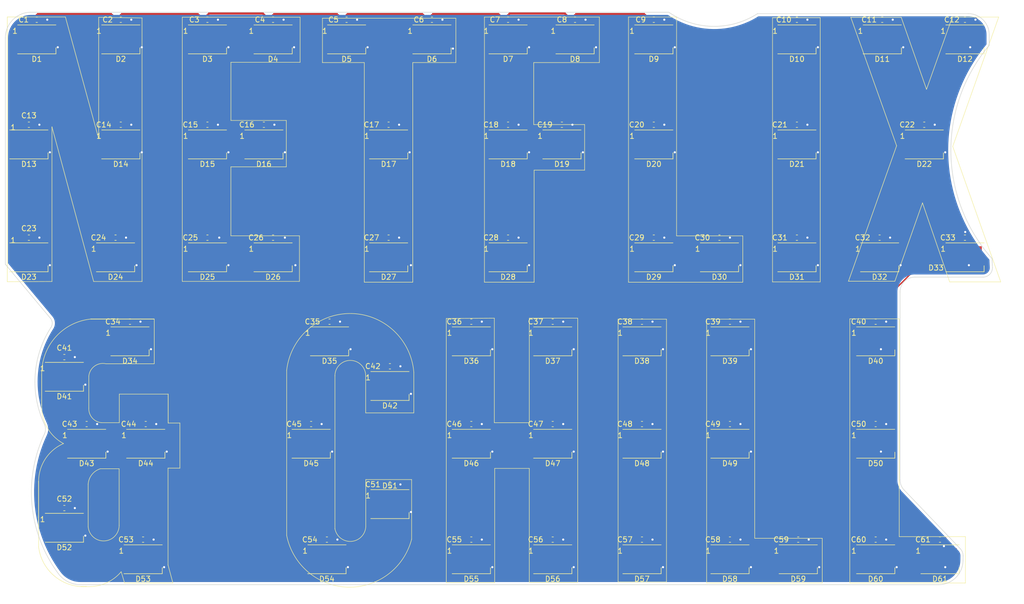
<source format=kicad_pcb>
(kicad_pcb (version 20211014) (generator pcbnew)
  (title_block (title "Netflix and Chill LED Sign") (date "2023-01-31") (rev "1") (company "Breadstick Innovations"))
  (layers (0 "F.Cu" signal) (31 "B.Cu" signal) (34 "B.Paste" user) (35 "F.Paste" user) (36 "B.SilkS" user "B.Silkscreen") (37 "F.SilkS" user "F.Silkscreen") (38 "B.Mask" user) (39 "F.Mask" user) (44 "Edge.Cuts" user))
  (net 0 "")
  (net 2 "GND")
  (net 3 "+5V")
  (net 4 "Net-(D1-Pad2)")
  (net 5 "Net-(D2-Pad2)")
  (net 6 "Net-(D3-Pad2)")
  (net 7 "Net-(D4-Pad2)")
  (net 8 "Net-(D5-Pad2)")
  (net 9 "Net-(D6-Pad2)")
  (net 10 "Net-(D7-Pad2)")
  (net 11 "Net-(D8-Pad2)")
  (net 12 "Net-(D10-Pad4)")
  (net 13 "Net-(D10-Pad2)")
  (net 14 "Net-(D12-Pad2)")
  (net 15 "Net-(D11-Pad2)")
  (net 16 "Net-(D13-Pad2)")
  (net 17 "Net-(D14-Pad2)")
  (net 18 "Net-(D15-Pad2)")
  (net 19 "Net-(D16-Pad2)")
  (net 20 "Net-(D17-Pad2)")
  (net 21 "Net-(D18-Pad2)")
  (net 22 "Net-(D19-Pad2)")
  (net 23 "Net-(D20-Pad2)")
  (net 24 "Net-(D21-Pad2)")
  (net 25 "Net-(D22-Pad2)")
  (net 26 "Net-(D23-Pad2)")
  (net 27 "Net-(D24-Pad2)")
  (net 28 "Net-(D25-Pad2)")
  (net 29 "Net-(D26-Pad2)")
  (net 30 "Net-(D27-Pad2)")
  (net 31 "Net-(D28-Pad2)")
  (net 32 "Net-(D29-Pad2)")
  (net 33 "Net-(D30-Pad2)")
  (net 34 "Net-(D32-Pad2)")
  (net 35 "Net-(D31-Pad2)")
  (net 36 "Net-(D33-Pad2)")
  (net 37 "Net-(D34-Pad2)")
  (net 38 "Net-(D35-Pad2)")
  (net 39 "Net-(D36-Pad2)")
  (net 40 "Net-(D37-Pad2)")
  (net 41 "Net-(D38-Pad2)")
  (net 42 "Net-(D39-Pad2)")
  (net 43 "Net-(D40-Pad2)")
  (net 44 "Net-(D41-Pad2)")
  (net 45 "Net-(D42-Pad2)")
  (net 46 "Net-(D43-Pad2)")
  (net 47 "Net-(D44-Pad2)")
  (net 48 "Net-(D45-Pad2)")
  (net 49 "Net-(D46-Pad2)")
  (net 50 "Net-(D47-Pad2)")
  (net 51 "Net-(D48-Pad2)")
  (net 52 "Net-(D49-Pad2)")
  (net 53 "Net-(D50-Pad2)")
  (net 54 "Net-(D51-Pad2)")
  (net 55 "Net-(D52-Pad2)")
  (net 56 "Net-(D53-Pad2)")
  (net 57 "Net-(D54-Pad2)")
  (net 58 "Net-(D55-Pad2)")
  (net 59 "Net-(D56-Pad2)")
  (net 60 "Net-(D57-Pad2)")
  (net 61 "Net-(D58-Pad2)")
  (net 62 "Net-(D59-Pad2)")
  (net 63 "Net-(D60-Pad2)")
  (footprint "LED_SMD:LED_WS2812B_PLCC4_5.0x5.0mm_P3.2mm" (layer "F.Cu") (at 82.75 119.5)
    (fp_text reference "D44")
    (fp_text value "WS2812B")
  )
  (footprint "Capacitor_SMD:C_0603_1608Metric" (layer "F.Cu") (at 129.25 127.25 180)
    (fp_text reference "C51")
    (fp_text value "1uF")
  )
  (footprint "Capacitor_SMD:C_0603_1608Metric" (layer "F.Cu") (at 82.75 115.75 180)
    (fp_text reference "C44")
    (fp_text value "1uF")
  )
  (footprint "Capacitor_SMD:C_0603_1608Metric" (layer "F.Cu") (at 231 58.75 180)
    (fp_text reference "C22")
    (fp_text value "1uF")
  )
  (footprint "LED_SMD:LED_WS2812B_PLCC4_5.0x5.0mm_P3.2mm" (layer "F.Cu") (at 151.75 84)
    (fp_text reference "D28")
    (fp_text value "WS2812B")
  )
  (footprint "LED_SMD:LED_WS2812B_PLCC4_5.0x5.0mm_P3.2mm" (layer "F.Cu") (at 107 84)
    (fp_text reference "D26")
    (fp_text value "WS2812B")
  )
  (footprint "LED_SMD:LED_WS2812B_PLCC4_5.0x5.0mm_P3.2mm" (layer "F.Cu") (at 67.25 135.5)
    (fp_text reference "D52")
    (fp_text value "WS2812B")
  )
  (footprint "Capacitor_SMD:C_0603_1608Metric" (layer "F.Cu") (at 105.25 58.75 180)
    (fp_text reference "C16")
    (fp_text value "1uF")
  )
  (footprint "LED_SMD:LED_WS2812B_PLCC4_5.0x5.0mm_P3.2mm" (layer "F.Cu") (at 179.5 42.5)
    (fp_text reference "D9")
    (fp_text value "WS2812B")
  )
  (footprint "Capacitor_SMD:C_0603_1608Metric" (layer "F.Cu") (at 94.5 58.75 180)
    (fp_text reference "C15")
    (fp_text value "1uF")
  )
  (footprint "Capacitor_SMD:C_0603_1608Metric" (layer "F.Cu") (at 82.25 137.75 180)
    (fp_text reference "C53")
    (fp_text value "1uF")
  )
  (footprint "LED_SMD:LED_WS2812B_PLCC4_5.0x5.0mm_P3.2mm" (layer "F.Cu") (at 129.25 108.5)
    (fp_text reference "D42")
    (fp_text value "WS2812B")
  )
  (footprint "LED_SMD:LED_WS2812B_PLCC4_5.0x5.0mm_P3.2mm" (layer "F.Cu") (at 78 62.5)
    (fp_text reference "D14")
    (fp_text value "WS2812B")
  )
  (footprint "Capacitor_SMD:C_0603_1608Metric" (layer "F.Cu") (at 177.25 96.25 180)
    (fp_text reference "C38")
    (fp_text value "1uF")
  )
  (footprint "LED_SMD:LED_WS2812B_PLCC4_5.0x5.0mm_P3.2mm" (layer "F.Cu") (at 151.75 42.5)
    (fp_text reference "D7")
    (fp_text value "WS2812B")
  )
  (footprint "Capacitor_SMD:C_0603_1608Metric" (layer "F.Cu") (at 177.25 115.75 180)
    (fp_text reference "C48")
    (fp_text value "1uF")
  )
  (footprint "LED_SMD:LED_WS2812B_PLCC4_5.0x5.0mm_P3.2mm" (layer "F.Cu") (at 60.5 62.5)
    (fp_text reference "D13")
    (fp_text value "WS2812B")
  )
  (footprint "LED_SMD:LED_WS2812B_PLCC4_5.0x5.0mm_P3.2mm" (layer "F.Cu") (at 144.75 141.5)
    (fp_text reference "D55")
    (fp_text value "WS2812B")
  )
  (footprint "LED_SMD:LED_WS2812B_PLCC4_5.0x5.0mm_P3.2mm" (layer "F.Cu") (at 105.25 62.5)
    (fp_text reference "D16")
    (fp_text value "WS2812B")
  )
  (footprint "LED_SMD:LED_WS2812B_PLCC4_5.0x5.0mm_P3.2mm" (layer "F.Cu") (at 206.75 84)
    (fp_text reference "D31")
    (fp_text value "WS2812B")
  )
  (footprint "Capacitor_SMD:C_0603_1608Metric" (layer "F.Cu") (at 94.5 38.75 180)
    (fp_text reference "C3")
    (fp_text value "1uF")
  )
  (footprint "LED_SMD:LED_WS2812B_PLCC4_5.0x5.0mm_P3.2mm" (layer "F.Cu") (at 60.5 84)
    (fp_text reference "D23")
    (fp_text value "WS2812B")
  )
  (footprint "Capacitor_SMD:C_0603_1608Metric" (layer "F.Cu") (at 129 80.25 180)
    (fp_text reference "C27")
    (fp_text value "1uF")
  )
  (footprint "Capacitor_SMD:C_0603_1608Metric" (layer "F.Cu") (at 107 38.75 180)
    (fp_text reference "C4")
    (fp_text value "1uF")
  )
  (footprint "Capacitor_SMD:C_0603_1608Metric" (layer "F.Cu") (at 151.75 58.75 180)
    (fp_text reference "C18")
    (fp_text value "1uF")
  )
  (footprint "Capacitor_SMD:C_0603_1608Metric" (layer "F.Cu") (at 160.25 137.75 180)
    (fp_text reference "C56")
    (fp_text value "1uF")
  )
  (footprint "Capacitor_SMD:C_0603_1608Metric" (layer "F.Cu") (at 223 38.75 180)
    (fp_text reference "C11")
    (fp_text value "1uF")
  )
  (footprint "Capacitor_SMD:C_0603_1608Metric" (layer "F.Cu") (at 222.5 80.25 180)
    (fp_text reference "C32")
    (fp_text value "1uF")
  )
  (footprint "LED_SMD:LED_WS2812B_PLCC4_5.0x5.0mm_P3.2mm" (layer "F.Cu") (at 78 42.5)
    (fp_text reference "D2")
    (fp_text value "WS2812B")
  )
  (footprint "LED_SMD:LED_WS2812B_PLCC4_5.0x5.0mm_P3.2mm" (layer "F.Cu") (at 129.25 131)
    (fp_text reference "D51")
    (fp_text value "WS2812B")
  )
  (footprint "Capacitor_SMD:C_0603_1608Metric" (layer "F.Cu") (at 129.25 104.75 180)
    (fp_text reference "C42")
    (fp_text value "1uF")
  )
  (footprint "Capacitor_SMD:C_0603_1608Metric" (layer "F.Cu") (at 137.25 38.75 180)
    (fp_text reference "C6")
    (fp_text value "1uF")
  )
  (footprint "LED_SMD:LED_WS2812B_PLCC4_5.0x5.0mm_P3.2mm" (layer "F.Cu") (at 151.75 62.5)
    (fp_text reference "D18")
    (fp_text value "WS2812B")
  )
  (footprint "LED_SMD:LED_WS2812B_PLCC4_5.0x5.0mm_P3.2mm" (layer "F.Cu") (at 114.25 119.5)
    (fp_text reference "D45")
    (fp_text value "WS2812B")
  )
  (footprint "LED_SMD:LED_WS2812B_PLCC4_5.0x5.0mm_P3.2mm" (layer "F.Cu") (at 234 141.5)
    (fp_text reference "D61")
    (fp_text value "WS2812B")
  )
  (footprint "LED_SMD:LED_WS2812B_PLCC4_5.0x5.0mm_P3.2mm" (layer "F.Cu") (at 77 84)
    (fp_text reference "D24")
    (fp_text value "WS2812B")
  )
  (footprint "LED_SMD:LED_WS2812B_PLCC4_5.0x5.0mm_P3.2mm" (layer "F.Cu") (at 221.75 119.5)
    (fp_text reference "D50")
    (fp_text value "WS2812B")
  )
  (footprint "Capacitor_SMD:C_0603_1608Metric" (layer "F.Cu") (at 179.5 58.75 180)
    (fp_text reference "C20")
    (fp_text value "1uF")
  )
  (footprint "LED_SMD:LED_WS2812B_PLCC4_5.0x5.0mm_P3.2mm" (layer "F.Cu") (at 117.75 100)
    (fp_text reference "D35")
    (fp_text value "WS2812B")
  )
  (footprint "LED_SMD:LED_WS2812B_PLCC4_5.0x5.0mm_P3.2mm" (layer "F.Cu") (at 137.25 42.5)
    (fp_text reference "D6")
    (fp_text value "WS2812B")
  )
  (footprint "Capacitor_SMD:C_0603_1608Metric" (layer "F.Cu") (at 67.25 131.75 180)
    (fp_text reference "C52")
    (fp_text value "1uF")
  )
  (footprint "Capacitor_SMD:C_0603_1608Metric" (layer "F.Cu") (at 144.75 137.75 180)
    (fp_text reference "C55")
    (fp_text value "1uF")
  )
  (footprint "LED_SMD:LED_WS2812B_PLCC4_5.0x5.0mm_P3.2mm" (layer "F.Cu") (at 177.25 119.5)
    (fp_text reference "D48")
    (fp_text value "WS2812B")
  )
  (footprint "Capacitor_SMD:C_0603_1608Metric" (layer "F.Cu") (at 160.25 96.25 180)
    (fp_text reference "C37")
    (fp_text value "1uF")
  )
  (footprint "Capacitor_SMD:C_0603_1608Metric" (layer "F.Cu") (at 77 80.25 180)
    (fp_text reference "C24")
    (fp_text value "1uF")
  )
  (footprint "Capacitor_SMD:C_0603_1608Metric" (layer "F.Cu") (at 206.75 58.75 180)
    (fp_text reference "C21")
    (fp_text value "1uF")
  )
  (footprint "LED_SMD:LED_WS2812B_PLCC4_5.0x5.0mm_P3.2mm" (layer "F.Cu") (at 192 84)
    (fp_text reference "D30")
    (fp_text value "WS2812B")
  )
  (footprint "Capacitor_SMD:C_0603_1608Metric" (layer "F.Cu") (at 71.5 115.75 180)
    (fp_text reference "C43")
    (fp_text value "1uF")
  )
  (footprint "Capacitor_SMD:C_0603_1608Metric" (layer "F.Cu") (at 207 137.75 180)
    (fp_text reference "C59")
    (fp_text value "1uF")
  )
  (footprint "LED_SMD:LED_WS2812B_PLCC4_5.0x5.0mm_P3.2mm" (layer "F.Cu") (at 160.25 141.5)
    (fp_text reference "D56")
    (fp_text value "WS2812B")
  )
  (footprint "Capacitor_SMD:C_0603_1608Metric" (layer "F.Cu") (at 144.75 96.25 180)
    (fp_text reference "C36")
    (fp_text value "1uF")
  )
  (footprint "LED_SMD:LED_WS2812B_PLCC4_5.0x5.0mm_P3.2mm" (layer "F.Cu") (at 238.75 42.5)
    (fp_text reference "D12")
    (fp_text value "WS2812B")
  )
  (footprint "LED_SMD:LED_WS2812B_PLCC4_5.0x5.0mm_P3.2mm" (layer "F.Cu") (at 117.25 141.5)
    (fp_text reference "D54")
    (fp_text value "WS2812B")
  )
  (footprint "LED_SMD:LED_WS2812B_PLCC4_5.0x5.0mm_P3.2mm" (layer "F.Cu") (at 62 42.5)
    (fp_text reference "D1")
    (fp_text value "WS2812B")
  )
  (footprint "Capacitor_SMD:C_0603_1608Metric" (layer "F.Cu") (at 62 38.75 180)
    (fp_text reference "C1")
    (fp_text value "1uF")
  )
  (footprint "Capacitor_SMD:C_0603_1608Metric" (layer "F.Cu") (at 117.75 96.25 180)
    (fp_text reference "C35")
    (fp_text value "1uF")
  )
  (footprint "Capacitor_SMD:C_0603_1608Metric" (layer "F.Cu") (at 107 80.25 180)
    (fp_text reference "C26")
    (fp_text value "1uF")
  )
  (footprint "LED_SMD:LED_WS2812B_PLCC4_5.0x5.0mm_P3.2mm" (layer "F.Cu") (at 144.75 119.5)
    (fp_text reference "D46")
    (fp_text value "WS2812B")
  )
  (footprint "LED_SMD:LED_WS2812B_PLCC4_5.0x5.0mm_P3.2mm" (layer "F.Cu") (at 221.75 100)
    (fp_text reference "D40")
    (fp_text value "WS2812B")
  )
  (footprint "LED_SMD:LED_WS2812B_PLCC4_5.0x5.0mm_P3.2mm" (layer "F.Cu") (at 194 100)
    (fp_text reference "D39")
    (fp_text value "WS2812B")
  )
  (footprint "Capacitor_SMD:C_0603_1608Metric" (layer "F.Cu") (at 221.75 96.25 180)
    (fp_text reference "C40")
    (fp_text value "1uF")
  )
  (footprint "LED_SMD:LED_WS2812B_PLCC4_5.0x5.0mm_P3.2mm" (layer "F.Cu") (at 71.5 119.5)
    (fp_text reference "D43")
    (fp_text value "WS2812B")
  )
  (footprint "Capacitor_SMD:C_0603_1608Metric" (layer "F.Cu") (at 67.25 103 180)
    (fp_text reference "C41")
    (fp_text value "1uF")
  )
  (footprint "LED_SMD:LED_WS2812B_PLCC4_5.0x5.0mm_P3.2mm" (layer "F.Cu") (at 129 62.5)
    (fp_text reference "D17")
    (fp_text value "WS2812B")
  )
  (footprint "LED_SMD:LED_WS2812B_PLCC4_5.0x5.0mm_P3.2mm" (layer "F.Cu") (at 160.25 119.5)
    (fp_text reference "D47")
    (fp_text value "WS2812B")
  )
  (footprint "Capacitor_SMD:C_0603_1608Metric" (layer "F.Cu") (at 160.25 115.75 180)
    (fp_text reference "C47")
    (fp_text value "1uF")
  )
  (footprint "LED_SMD:LED_WS2812B_PLCC4_5.0x5.0mm_P3.2mm" (layer "F.Cu") (at 94.5 42.5)
    (fp_text reference "D3")
    (fp_text value "WS2812B")
  )
  (footprint "Capacitor_SMD:C_0603_1608Metric" (layer "F.Cu") (at 206.75 80.25 180)
    (fp_text reference "C31")
    (fp_text value "1uF")
  )
  (footprint "Capacitor_SMD:C_0603_1608Metric" (layer "F.Cu") (at 129 58.75 180)
    (fp_text reference "C17")
    (fp_text value "1uF")
  )
  (footprint "LED_SMD:LED_WS2812B_PLCC4_5.0x5.0mm_P3.2mm" (layer "F.Cu") (at 79.75 100)
    (fp_text reference "D34")
    (fp_text value "WS2812B")
  )
  (footprint "LED_SMD:LED_WS2812B_PLCC4_5.0x5.0mm_P3.2mm" (layer "F.Cu") (at 206.75 62.5)
    (fp_text reference "D21")
    (fp_text value "WS2812B")
  )
  (footprint "Capacitor_SMD:C_0603_1608Metric" (layer "F.Cu") (at 114.25 115.75 180)
    (fp_text reference "C45")
    (fp_text value "1uF")
  )
  (footprint "Capacitor_SMD:C_0603_1608Metric" (layer "F.Cu") (at 151.75 80.25 180)
    (fp_text reference "C28")
    (fp_text value "1uF")
  )
  (footprint "LED_SMD:LED_WS2812B_PLCC4_5.0x5.0mm_P3.2mm" (layer "F.Cu") (at 179.5 62.5)
    (fp_text reference "D20")
    (fp_text value "WS2812B")
  )
  (footprint "Capacitor_SMD:C_0603_1608Metric" (layer "F.Cu") (at 177.25 137.75 180)
    (fp_text reference "C57")
    (fp_text value "1uF")
  )
  (footprint "Capacitor_SMD:C_0603_1608Metric" (layer "F.Cu") (at 78 38.75 180)
    (fp_text reference "C2")
    (fp_text value "1uF")
  )
  (footprint "LED_SMD:LED_WS2812B_PLCC4_5.0x5.0mm_P3.2mm" (layer "F.Cu") (at 107 42.5)
    (fp_text reference "D4")
    (fp_text value "WS2812B")
  )
  (footprint "Capacitor_SMD:C_0603_1608Metric" (layer "F.Cu") (at 234 137.75 180)
    (fp_text reference "C61")
    (fp_text value "1uF")
  )
  (footprint "LED_SMD:LED_WS2812B_PLCC4_5.0x5.0mm_P3.2mm" (layer "F.Cu") (at 121 42.5)
    (fp_text reference "D5")
    (fp_text value "WS2812B")
  )
  (footprint "Capacitor_SMD:C_0603_1608Metric" (layer "F.Cu") (at 194 96.25 180)
    (fp_text reference "C39")
    (fp_text value "1uF")
  )
  (footprint "LED_SMD:LED_WS2812B_PLCC4_5.0x5.0mm_P3.2mm" (layer "F.Cu") (at 94.5 62.5)
    (fp_text reference "D15")
    (fp_text value "WS2812B")
  )
  (footprint "Capacitor_SMD:C_0603_1608Metric" (layer "F.Cu") (at 206.75 38.75 180)
    (fp_text reference "C10")
    (fp_text value "1uF")
  )
  (footprint "Capacitor_SMD:C_0603_1608Metric" (layer "F.Cu") (at 221.75 115.75 180)
    (fp_text reference "C50")
    (fp_text value "1uF")
  )
  (footprint "Capacitor_SMD:C_0603_1608Metric" (layer "F.Cu") (at 151.75 38.75 180)
    (fp_text reference "C7")
    (fp_text value "1uF")
  )
  (footprint "LED_SMD:LED_WS2812B_PLCC4_5.0x5.0mm_P3.2mm" (layer "F.Cu") (at 231 62.5)
    (fp_text reference "D22")
    (fp_text value "WS2812B")
  )
  (footprint "Capacitor_SMD:C_0603_1608Metric" (layer "F.Cu") (at 94.5 80.25 180)
    (fp_text reference "C25")
    (fp_text value "1uF")
  )
  (footprint "Capacitor_SMD:C_0603_1608Metric" (layer "F.Cu") (at 121 38.75 180)
    (fp_text reference "C5")
    (fp_text value "1uF")
  )
  (footprint "Capacitor_SMD:C_0603_1608Metric" (layer "F.Cu") (at 117.25 137.75 180)
    (fp_text reference "C54")
    (fp_text value "1uF")
  )
  (footprint "Capacitor_SMD:C_0603_1608Metric" (layer "F.Cu") (at 164.5 38.75 180)
    (fp_text reference "C8")
    (fp_text value "1uF")
  )
  (footprint "LED_SMD:LED_WS2812B_PLCC4_5.0x5.0mm_P3.2mm" (layer "F.Cu") (at 129 84)
    (fp_text reference "D27")
    (fp_text value "WS2812B")
  )
  (footprint "LED_SMD:LED_WS2812B_PLCC4_5.0x5.0mm_P3.2mm" (layer "F.Cu") (at 194 119.5)
    (fp_text reference "D49")
    (fp_text value "WS2812B")
  )
  (footprint "Capacitor_SMD:C_0603_1608Metric" (layer "F.Cu") (at 78 58.75 180)
    (fp_text reference "C14")
    (fp_text value "1uF")
  )
  (footprint "LED_SMD:LED_WS2812B_PLCC4_5.0x5.0mm_P3.2mm" (layer "F.Cu") (at 164.5 42.5)
    (fp_text reference "D8")
    (fp_text value "WS2812B")
  )
  (footprint "Capacitor_SMD:C_0603_1608Metric" (layer "F.Cu") (at 194 115.75 180)
    (fp_text reference "C49")
    (fp_text value "1uF")
  )
  (footprint "Capacitor_SMD:C_0603_1608Metric" (layer "F.Cu") (at 194 137.75 180)
    (fp_text reference "C58")
    (fp_text value "1uF")
  )
  (footprint "LED_SMD:LED_WS2812B_PLCC4_5.0x5.0mm_P3.2mm" (layer "F.Cu") (at 207 141.5)
    (fp_text reference "D59")
    (fp_text value "WS2812B")
  )
  (footprint "Capacitor_SMD:C_0603_1608Metric" (layer "F.Cu") (at 162 58.75 180)
    (fp_text reference "C19")
    (fp_text value "1uF")
  )
  (footprint "Capacitor_SMD:C_0603_1608Metric" (layer "F.Cu") (at 60.5 58.75 180)
    (fp_text reference "C13")
    (fp_text value "1uF")
  )
  (footprint "LED_SMD:LED_WS2812B_PLCC4_5.0x5.0mm_P3.2mm" (layer "F.Cu") (at 160.25 100)
    (fp_text reference "D37")
    (fp_text value "WS2812B")
  )
  (footprint "LED_SMD:LED_WS2812B_PLCC4_5.0x5.0mm_P3.2mm" (layer "F.Cu") (at 221.75 141.5)
    (fp_text reference "D60")
    (fp_text value "WS2812B")
  )
  (footprint "LED_SMD:LED_WS2812B_PLCC4_5.0x5.0mm_P3.2mm" (layer "F.Cu") (at 179.5 84)
    (fp_text reference "D29")
    (fp_text value "WS2812B")
  )
  (footprint "LED_SMD:LED_WS2812B_PLCC4_5.0x5.0mm_P3.2mm" (layer "F.Cu") (at 194 141.5)
    (fp_text reference "D58")
    (fp_text value "WS2812B")
  )
  (footprint "Capacitor_SMD:C_0603_1608Metric" (layer "F.Cu") (at 179.5 80.25 180)
    (fp_text reference "C29")
    (fp_text value "1uF")
  )
  (footprint "LED_SMD:LED_WS2812B_PLCC4_5.0x5.0mm_P3.2mm" (layer "F.Cu") (at 222.5 84)
    (fp_text reference "D32")
    (fp_text value "WS2812B")
  )
  (footprint "Capacitor_SMD:C_0603_1608Metric" (layer "F.Cu") (at 60.5 80.25 180)
    (fp_text reference "C23")
    (fp_text value "1uF")
  )
  (footprint "LED_SMD:LED_WS2812B_PLCC4_5.0x5.0mm_P3.2mm" (layer "F.Cu") (at 162 62.5)
    (fp_text reference "D19")
    (fp_text value "WS2812B")
  )
  (footprint "LED_SMD:LED_WS2812B_PLCC4_5.0x5.0mm_P3.2mm" (layer "F.Cu") (at 238.75 84)
    (fp_text reference "D33")
    (fp_text value "WS2812B")
  )
  (footprint "LED_SMD:LED_WS2812B_PLCC4_5.0x5.0mm_P3.2mm" (layer "F.Cu") (at 144.75 100)
    (fp_text reference "D36")
    (fp_text value "WS2812B")
  )
  (footprint "Capacitor_SMD:C_0603_1608Metric" (layer "F.Cu") (at 79.75 96.25 180)
    (fp_text reference "C34")
    (fp_text value "1uF")
  )
  (footprint "Capacitor_SMD:C_0603_1608Metric" (layer "F.Cu") (at 238.75 80.25 180)
    (fp_text reference "C33")
    (fp_text value "1uF")
  )
  (footprint "LED_SMD:LED_WS2812B_PLCC4_5.0x5.0mm_P3.2mm" (layer "F.Cu") (at 67.25 106.75)
    (fp_text reference "D41")
    (fp_text value "WS2812B")
  )
  (footprint "Capacitor_SMD:C_0603_1608Metric" (layer "F.Cu") (at 221.75 137.75 180)
    (fp_text reference "C60")
    (fp_text value "1uF")
  )
  (footprint "LED_SMD:LED_WS2812B_PLCC4_5.0x5.0mm_P3.2mm" (layer "F.Cu") (at 206.75 42.5)
    (fp_text reference "D10")
    (fp_text value "WS2812B")
  )
  (footprint "LED_SMD:LED_WS2812B_PLCC4_5.0x5.0mm_P3.2mm" (layer "F.Cu") (at 177.25 141.5)
    (fp_text reference "D57")
    (fp_text value "WS2812B")
  )
  (footprint "Capacitor_SMD:C_0603_1608Metric" (layer "F.Cu") (at 144.75 115.75 180)
    (fp_text reference "C46")
    (fp_text value "1uF")
  )
  (footprint "LED_SMD:LED_WS2812B_PLCC4_5.0x5.0mm_P3.2mm" (layer "F.Cu") (at 82.25 141.5)
    (fp_text reference "D53")
    (fp_text value "WS2812B")
  )
  (footprint "Capacitor_SMD:C_0603_1608Metric" (layer "F.Cu") (at 192 80.25 180)
    (fp_text reference "C30")
    (fp_text value "1uF")
  )
  (footprint "Capacitor_SMD:C_0603_1608Metric" (layer "F.Cu") (at 238.75 38.75 180)
    (fp_text reference "C12")
    (fp_text value "1uF")
  )
  (footprint "LED_SMD:LED_WS2812B_PLCC4_5.0x5.0mm_P3.2mm" (layer "F.Cu") (at 223 42.5)
    (fp_text reference "D11")
    (fp_text value "WS2812B")
  )
  (footprint "LED_SMD:LED_WS2812B_PLCC4_5.0x5.0mm_P3.2mm" (layer "F.Cu") (at 177.25 100)
    (fp_text reference "D38")
    (fp_text value "WS2812B")
  )
  (footprint "Capacitor_SMD:C_0603_1608Metric" (layer "F.Cu") (at 179.5 38.75 180)
    (fp_text reference "C9")
    (fp_text value "1uF")
  )
  (footprint "LED_SMD:LED_WS2812B_PLCC4_5.0x5.0mm_P3.2mm" (layer "F.Cu") (at 94.5 84)
    (fp_text reference "D25")
    (fp_text value "WS2812B")
  )
  (gr_line (start 133.6 88.7386) (end 124.376 88.7386) (layer "F.SilkS") (width 0.1))
  (gr_line (start 78.723 146.0161) (end 87.926 146.0161) (layer "F.SilkS") (width 0.1))
  (gr_line (start 139.984 95.65258) (end 149.137 95.58857) (layer "F.SilkS") (width 0.1))
  (gr_line (start 78.078 143.8675) (end 78.723 146.0161) (layer "F.SilkS") (width 0.1))
  (gr_line (start 156.631 46.9151) (end 169.139 46.9151) (layer "F.SilkS") (width 0.1))
  (gr_line (start 231.433 52.0077) (end 236.348 38.2469) (layer "F.SilkS") (width 0.1))
  (gr_line (start 211.194 88.68261) (end 211.194 38.3749) (layer "F.SilkS") (width 0.1))
  (gr_line (start 149.201 124.1987) (end 155.793 124.1987) (layer "F.SilkS") (width 0.1))
  (gr_line (start 172.699 145.8313) (end 181.915 145.8313) (layer "F.SilkS") (width 0.1))
  (gr_line (start 64.895 59.159) (end 72.832 88.60115) (layer "F.SilkS") (width 0.1))
  (gr_line (start 74.116 124.2626) (end 77.687 124.2626) (layer "F.SilkS") (width 0.1))
  (gr_line (start 183.836 79.9136) (end 183.836 38.2465) (layer "F.SilkS") (width 0.1))
  (gr_line (start 98.969 66.7713) (end 109.522 66.7713) (layer "F.SilkS") (width 0.1))
  (gr_line (start 133.381 126.3222) (end 133.381 137.6876) (layer "F.SilkS") (width 0.1))
  (gr_line (start 86.999 124.1448) (end 86.999 142.5938) (layer "F.SilkS") (width 0.1))
  (gr_arc (start 77.687405 135.023679) (mid 74.881038 138.004743) (end 71.790404 135.319522) (layer "F.SilkS") (width 0.1))
  (gr_line (start 82.048 88.60115) (end 82.048 38.4214) (layer "F.SilkS") (width 0.1))
  (gr_line (start 56.386 38.2294) (end 56.386 88.64638) (layer "F.SilkS") (width 0.1))
  (gr_line (start 72.299 95.75696) (end 84.375 95.75696) (layer "F.SilkS") (width 0.1))
  (gr_line (start 141.809 46.9147) (end 133.6 46.9147) (layer "F.SilkS") (width 0.1))
  (gr_line (start 149.137 115.494) (end 149.137 95.58857) (layer "F.SilkS") (width 0.1))
  (gr_line (start 56.386 88.64638) (end 64.895 88.60115) (layer "F.SilkS") (width 0.1))
  (gr_arc (start 74.326958 115.490567) (mid 72.572415 114.591036) (end 71.912206 112.73316) (layer "F.SilkS") (width 0.1))
  (gr_line (start 73.792 38.2934) (end 73.792 61.3991) (layer "F.SilkS") (width 0.1))
  (gr_line (start 141.809 38.4717) (end 116.402 38.4717) (layer "F.SilkS") (width 0.1))
  (gr_line (start 155.793 145.8963) (end 165.01 145.8963) (layer "F.SilkS") (width 0.1))
  (gr_line (start 181.915 95.77959) (end 172.699 95.77959) (layer "F.SilkS") (width 0.1))
  (gr_arc (start 62.943438 106.244064) (mid 65.584029 99.183146) (end 72.298949 95.756906) (layer "F.SilkS") (width 0.1))
  (gr_line (start 87.926 146.0161) (end 86.999 142.5938) (layer "F.SilkS") (width 0.1))
  (gr_line (start 62.944 106.2442) (end 62.944 112.1751) (layer "F.SilkS") (width 0.1))
  (gr_line (start 156.709 67.3971) (end 166.324 67.3971) (layer "F.SilkS") (width 0.1))
  (gr_line (start 238.845 146.0199) (end 216.828 146.0199) (layer "F.SilkS") (width 0.1))
  (gr_line (start 156.631 58.7196) (end 156.631 46.9151) (layer "F.SilkS") (width 0.1))
  (gr_line (start 211.194 38.3749) (end 202.106 38.3749) (layer "F.SilkS") (width 0.1))
  (gr_line (start 198.714 137.5073) (end 198.714 95.77617) (layer "F.SilkS") (width 0.1))
  (gr_line (start 86.999 124.1448) (end 89.258 124.1448) (layer "F.SilkS") (width 0.1))
  (gr_line (start 89.711 38.2733) (end 112.15 38.2733) (layer "F.SilkS") (width 0.1))
  (gr_line (start 226.62 38.3109) (end 217.019 38.3109) (layer "F.SilkS") (width 0.1))
  (gr_line (start 147.25 88.73903) (end 156.709 88.73903) (layer "F.SilkS") (width 0.1))
  (gr_line (start 82.048 38.4214) (end 73.792 38.2934) (layer "F.SilkS") (width 0.1))
  (gr_line (start 77.719 115.4906) (end 77.719 110.0492) (layer "F.SilkS") (width 0.1))
  (gr_line (start 169.139 38.25) (end 147.25 38.25) (layer "F.SilkS") (width 0.1))
  (gr_line (start 226.236 95.71217) (end 226.236 137.1872) (layer "F.SilkS") (width 0.1))
  (gr_arc (start 133.380493 137.687646) (mid 121.194744 146.808557) (end 109.590949 136.9579) (layer "F.SilkS") (width 0.1))
  (gr_line (start 84.375 95.75696) (end 84.375 104.2707) (layer "F.SilkS") (width 0.1))
  (gr_line (start 172.699 95.77959) (end 172.699 145.8313) (layer "F.SilkS") (width 0.1))
  (gr_line (start 155.793 95.58857) (end 155.793 115.494) (layer "F.SilkS") (width 0.1))
  (gr_line (start 72.832 88.60115) (end 82.048 88.60115) (layer "F.SilkS") (width 0.1))
  (gr_arc (start 67.09293 119.467286) (mid 63.976983 116.413705) (end 62.943659 112.175106) (layer "F.SilkS") (width 0.1))
  (gr_line (start 141.809 46.9147) (end 141.809 38.4717) (layer "F.SilkS") (width 0.1))
  (gr_line (start 149.201 145.9603) (end 149.201 124.1987) (layer "F.SilkS") (width 0.1))
  (gr_line (start 245.181 38.2469) (end 236.425 62.8885) (layer "F.SilkS") (width 0.1))
  (gr_line (start 133.801 113.6261) (end 133.801 105.8623) (layer "F.SilkS") (width 0.1))
  (gr_line (start 112.024 88.58225) (end 89.711 88.58225) (layer "F.SilkS") (width 0.1))
  (gr_line (start 133.6 88.7386) (end 133.6 46.9147) (layer "F.SilkS") (width 0.1))
  (gr_line (start 71.79 135.3195) (end 71.79 127.2008) (layer "F.SilkS") (width 0.1))
  (gr_line (start 166.324 58.7196) (end 156.631 58.7196) (layer "F.SilkS") (width 0.1))
  (gr_line (start 112.024 79.9048) (end 112.024 88.58225) (layer "F.SilkS") (width 0.1))
  (gr_line (start 98.969 79.9048) (end 98.969 66.7713) (layer "F.SilkS") (width 0.1))
  (gr_line (start 124.654 126.3222) (end 133.381 126.3222) (layer "F.SilkS") (width 0.1))
  (gr_line (start 235.836 88.68261) (end 245.565 88.68261) (layer "F.SilkS") (width 0.1))
  (gr_line (start 155.793 124.1987) (end 155.793 145.8963) (layer "F.SilkS") (width 0.1))
  (gr_line (start 71.436 146.6963) (end 70.384 146.6963) (layer "F.SilkS") (width 0.1))
  (gr_line (start 87.031 110.0492) (end 87.031 115.5546) (layer "F.SilkS") (width 0.1))
  (gr_line (start 155.793 115.494) (end 149.137 115.494) (layer "F.SilkS") (width 0.1))
  (gr_line (start 216.828 95.71217) (end 226.236 95.71217) (layer "F.SilkS") (width 0.1))
  (gr_line (start 166.324 67.3971) (end 166.324 58.7196) (layer "F.SilkS") (width 0.1))
  (gr_arc (start 71.790585 127.20081) (mid 72.499025 125.371998) (end 74.116333 124.262603) (layer "F.SilkS") (width 0.1))
  (gr_line (start 226.236 137.1872) (end 238.845 137.1872) (layer "F.SilkS") (width 0.1))
  (gr_line (start 87.031 110.0492) (end 87.031 115.5546) (layer "F.SilkS") (width 0.1))
  (gr_line (start 211.194 88.68261) (end 202.106 88.68261) (layer "F.SilkS") (width 0.1))
  (gr_line (start 71.912 112.7332) (end 71.912 106.6485) (layer "F.SilkS") (width 0.1))
  (gr_line (start 139.984 95.65258) (end 139.984 145.9603) (layer "F.SilkS") (width 0.1))
  (gr_line (start 147.25 38.25) (end 147.25 88.73903) (layer "F.SilkS") (width 0.1))
  (gr_line (start 238.845 137.1872) (end 238.845 146.0199) (layer "F.SilkS") (width 0.1))
  (gr_line (start 109.522 57.9375) (end 109.522 66.7713) (layer "F.SilkS") (width 0.1))
  (gr_line (start 62.944 112.1751) (end 62.944 106.2442) (layer "F.SilkS") (width 0.1))
  (gr_arc (start 109.59062 105.536086) (mid 121.843836 94.703899) (end 133.800792 105.862249) (layer "F.SilkS") (width 0.1))
  (gr_line (start 124.654 135.3131) (end 124.654 126.3222) (layer "F.SilkS") (width 0.1))
  (gr_line (start 189.562 146.0199) (end 211.579 146.0199) (layer "F.SilkS") (width 0.1))
  (gr_line (start 217.019 38.3109) (end 225.736 62.7605) (layer "F.SilkS") (width 0.1))
  (gr_line (start 189.562 95.77617) (end 189.562 146.0199) (layer "F.SilkS") (width 0.1))
  (gr_line (start 112.15 46.8669) (end 112.15 38.2733) (layer "F.SilkS") (width 0.1))
  (gr_arc (start 62.352751 126.765006) (mid 63.621869 122.401233) (end 67.092485 119.467292) (layer "F.SilkS") (width 0.1))
  (gr_line (start 226.62 38.3109) (end 231.433 52.0077) (layer "F.SilkS") (width 0.1))
  (gr_line (start 216.571 88.5546) (end 225.736 62.7605) (layer "F.SilkS") (width 0.1))
  (gr_line (start 183.836 38.2465) (end 174.683 38.2465) (layer "F.SilkS") (width 0.1))
  (gr_line (start 124.376 46.9147) (end 116.402 46.9147) (layer "F.SilkS") (width 0.1))
  (gr_line (start 56.386 38.2294) (end 67.455 38.2294) (layer "F.SilkS") (width 0.1))
  (gr_line (start 133.801 113.6261) (end 124.634 113.6261) (layer "F.SilkS") (width 0.1))
  (gr_line (start 216.571 88.5546) (end 225.403 88.5546) (layer "F.SilkS") (width 0.1))
  (gr_line (start 77.719 110.0492) (end 87.031 110.0492) (layer "F.SilkS") (width 0.1))
  (gr_line (start 109.591 105.5362) (end 109.591 136.9579) (layer "F.SilkS") (width 0.1))
  (gr_line (start 211.579 146.0199) (end 211.579 137.5073) (layer "F.SilkS") (width 0.1))
  (gr_line (start 124.634 113.6261) (end 124.634 106.3785) (layer "F.SilkS") (width 0.1))
  (gr_line (start 89.258 124.1448) (end 89.258 115.5546) (layer "F.SilkS") (width 0.1))
  (gr_line (start 196.445 79.9136) (end 183.836 79.9136) (layer "F.SilkS") (width 0.1))
  (gr_line (start 124.376 88.7386) (end 124.376 46.9147) (layer "F.SilkS") (width 0.1))
  (gr_line (start 112.024 79.9048) (end 98.969 79.9048) (layer "F.SilkS") (width 0.1))
  (gr_line (start 72.299 95.75696) (end 84.333 95.75696) (layer "F.SilkS") (width 0.1))
  (gr_arc (start 118.781763 106.553111) (mid 121.623684 103.633752) (end 124.63452 106.378573) (layer "F.SilkS") (width 0.1))
  (gr_line (start 84.375 104.2707) (end 75.159 104.2707) (layer "F.SilkS") (width 0.1))
  (gr_line (start 211.579 137.5073) (end 198.714 137.5073) (layer "F.SilkS") (width 0.1))
  (gr_line (start 77.719 115.4906) (end 74.327 115.4906) (layer "F.SilkS") (width 0.1))
  (gr_arc (start 78.077588 143.867456) (mid 75.093583 146.072213) (end 71.436288 146.696265) (layer "F.SilkS") (width 0.1))
  (gr_line (start 156.709 88.73903) (end 156.709 67.3971) (layer "F.SilkS") (width 0.1))
  (gr_line (start 139.984 145.9603) (end 149.201 145.9603) (layer "F.SilkS") (width 0.1))
  (gr_line (start 230.665 73.6413) (end 225.403 88.5546) (layer "F.SilkS") (width 0.1))
  (gr_line (start 62.353 126.765) (end 62.353 135.3698) (layer "F.SilkS") (width 0.1))
  (gr_line (start 216.828 146.0199) (end 216.828 95.71217) (layer "F.SilkS") (width 0.1))
  (gr_line (start 62.353 139.1143) (end 62.353 126.6081) (layer "F.SilkS") (width 0.1))
  (gr_line (start 89.711 38.2733) (end 89.711 88.58225) (layer "F.SilkS") (width 0.1))
  (gr_arc (start 71.436024 146.696241) (mid 65.387621 144.71037) (end 62.352822 139.114224) (layer "F.SilkS") (width 0.1))
  (gr_line (start 181.915 145.8313) (end 181.915 95.77959) (layer "F.SilkS") (width 0.1))
  (gr_line (start 202.106 38.3749) (end 202.106 88.68261) (layer "F.SilkS") (width 0.1))
  (gr_line (start 98.975 57.9375) (end 98.975 46.8669) (layer "F.SilkS") (width 0.1))
  (gr_line (start 196.445 88.74626) (end 196.445 79.9136) (layer "F.SilkS") (width 0.1))
  (gr_line (start 245.181 38.2469) (end 236.348 38.2469) (layer "F.SilkS") (width 0.1))
  (gr_line (start 169.139 46.9151) (end 169.139 38.25) (layer "F.SilkS") (width 0.1))
  (gr_line (start 174.683 38.2465) (end 174.683 88.74626) (layer "F.SilkS") (width 0.1))
  (gr_line (start 64.895 88.60115) (end 64.895 59.159) (layer "F.SilkS") (width 0.1))
  (gr_line (start 198.714 95.77617) (end 189.562 95.77617) (layer "F.SilkS") (width 0.1))
  (gr_line (start 116.402 38.4717) (end 116.402 46.9147) (layer "F.SilkS") (width 0.1))
  (gr_line (start 77.687 135.0236) (end 77.687 124.2626) (layer "F.SilkS") (width 0.1))
  (gr_line (start 112.15 46.8669) (end 98.975 46.8669) (layer "F.SilkS") (width 0.1))
  (gr_line (start 230.665 73.6413) (end 235.836 88.68261) (layer "F.SilkS") (width 0.1))
  (gr_line (start 165.01 95.58857) (end 155.793 95.58857) (layer "F.SilkS") (width 0.1))
  (gr_line (start 165.01 145.8963) (end 165.01 95.58857) (layer "F.SilkS") (width 0.1))
  (gr_line (start 109.522 57.9375) (end 98.975 57.9375) (layer "F.SilkS") (width 0.1))
  (gr_arc (start 71.911943 106.648484) (mid 72.998133 104.725826) (end 75.159003 104.270781) (layer "F.SilkS") (width 0.1))
  (gr_line (start 89.258 115.5546) (end 87.031 115.5546) (layer "F.SilkS") (width 0.1))
  (gr_line (start 196.445 88.74626) (end 174.683 88.74626) (layer "F.SilkS") (width 0.1))
  (gr_line (start 73.792 61.3991) (end 67.455 38.2294) (layer "F.SilkS") (width 0.1))
  (gr_line (start 236.425 62.8885) (end 245.565 88.68261) (layer "F.SilkS") (width 0.1))
  (gr_arc (start 124.653381 135.313177) (mid 121.882964 138.094652) (end 118.781204 135.688222) (layer "F.SilkS") (width 0.1))
  (gr_line (start 118.781 106.5531) (end 118.781 135.6882) (layer "F.SilkS") (width 0.1))
  (gr_line (start 229.211122 87.771888) (end 242.189122 87.771888) (layer "Edge.Cuts") (width 0.1))
  (gr_arc (start 243.992202 85.96803) (mid 243.464353 87.243477) (end 242.189122 87.771888) (layer "Edge.Cuts") (width 0.1))
  (gr_line (start 56.020122 85.322208) (end 64.605122 95.611928) (layer "Edge.Cuts") (width 0.1))
  (gr_arc (start 64.604611 95.611927) (mid 64.941354 96.460527) (end 64.708931 97.343406) (layer "Edge.Cuts") (width 0.1))
  (gr_line (start 243.369122 41.605768) (end 243.369122 43.638268) (layer "Edge.Cuts") (width 0.1))
  (gr_arc (start 199.262433 37.593049) (mid 190.76567 40.01649) (end 182.349086 37.327781) (layer "Edge.Cuts") (width 0.1))
  (gr_arc (start 226.395192 90.587808) (mid 227.219945 88.596619) (end 229.211122 87.771878) (layer "Edge.Cuts") (width 0.1))
  (gr_arc (start 66.115905 144.234349) (mid 61.111197 131.313051) (end 63.453644 117.655819) (layer "Edge.Cuts") (width 0.1))
  (gr_line (start 233.727122 146.341768) (end 70.308122 146.341768) (layer "Edge.Cuts") (width 0.1))
  (gr_arc (start 63.454295 115.785851) (mid 61.692742 106.402065) (end 64.709309 97.343431) (layer "Edge.Cuts") (width 0.1))
  (gr_arc (start 237.873688 139.509678) (mid 238.270539 140.131094) (end 238.40236 140.85654) (layer "Edge.Cuts") (width 0.1))
  (gr_line (start 60.907122 37.327868) (end 182.349122 37.327868) (layer "Edge.Cuts") (width 0.1))
  (gr_line (start 227.163122 128.299768) (end 237.874122 139.509668) (layer "Edge.Cuts") (width 0.1))
  (gr_line (start 238.402122 140.856568) (end 238.389122 141.747068) (layer "Edge.Cuts") (width 0.1))
  (gr_line (start 199.263122 37.593068) (end 239.368122 37.593068) (layer "Edge.Cuts") (width 0.1))
  (gr_line (start 56.020122 85.322208) (end 56.020122 42.215468) (layer "Edge.Cuts") (width 0.1))
  (gr_arc (start 243.910972 84.244698) (mid 236.077381 64.042219) (end 243.369478 43.638038) (layer "Edge.Cuts") (width 0.1))
  (gr_arc (start 63.45377 115.786013) (mid 63.662281 116.720995) (end 63.453322 117.655878) (layer "Edge.Cuts") (width 0.1))
  (gr_line (start 243.910122 84.244768) (end 243.992122 85.968028) (layer "Edge.Cuts") (width 0.1))
  (gr_line (start 226.396122 126.385868) (end 226.396122 90.587808) (layer "Edge.Cuts") (width 0.1))
  (gr_arc (start 227.16308 128.299749) (mid 226.594707 127.41686) (end 226.395722 126.385868) (layer "Edge.Cuts") (width 0.1))
  (gr_arc (start 56.019502 42.215468) (mid 57.451053 38.759399) (end 60.907122 37.327848) (layer "Edge.Cuts") (width 0.1))
  (gr_arc (start 238.389209 141.746984) (mid 237 145) (end 233.727122 146.341748) (layer "Edge.Cuts") (width 0.1))
  (gr_arc (start 70.308122 146.341828) (mid 67.961871 145.785306) (end 66.115515 144.234312) (layer "Edge.Cuts") (width 0.1))
  (gr_arc (start 239.367573 37.593134) (mid 242.19754 38.772447) (end 243.368772 41.605768) (layer "Edge.Cuts") (width 0.1))
  (segment (start 121.775 38.75) (end 123 38.75) (width 0.4) (layer "F.Cu") (net 2))
  (segment (start 180.275 80.25) (end 181.5 80.25) (width 0.4) (layer "F.Cu") (net 2))
  (segment (start 81.9 44.1) (end 82 44) (width 0.4) (layer "F.Cu") (net 2))
  (segment (start 130.025 104.75) (end 131.25 104.75) (width 0.4) (layer "F.Cu") (net 2))
  (segment (start 222.85 101.6) (end 222.75 101.5) (width 0.4) (layer "F.Cu") (net 2))
  (segment (start 178.025 115.75) (end 179.25 115.75) (width 0.4) (layer "F.Cu") (net 2))
  (segment (start 98.4 44.1) (end 98.5 44) (width 0.4) (layer "F.Cu") (net 2))
  (segment (start 124.9 44.1) (end 125 44) (width 0.4) (layer "F.Cu") (net 2))
  (segment (start 194.45 85.6) (end 195.9 85.6) (width 0.4) (layer "F.Cu") (net 2))
  (segment (start 79.45 85.6) (end 80.9 85.6) (width 0.4) (layer "F.Cu") (net 2))
  (segment (start 96.95 44.1) (end 98.4 44.1) (width 0.4) (layer "F.Cu") (net 2))
  (segment (start 226.9 44.1) (end 225.45 44.1) (width 0.4) (layer "F.Cu") (net 2))
  (segment (start 98.5 64) (end 98.4 64.1) (width 0.4) (layer "F.Cu") (net 2))
  (segment (start 210.65 64.1) (end 210.75 64) (width 0.4) (layer "F.Cu") (net 2))
  (segment (start 209.2 64.1) (end 210.65 64.1) (width 0.4) (layer "F.Cu") (net 2))
  (segment (start 119.7 143.1) (end 121.15 143.1) (width 0.4) (layer "F.Cu") (net 2))
  (segment (start 129.775 58.75) (end 131 58.75) (width 0.4) (layer "F.Cu") (net 2))
  (segment (start 181.95 44.1) (end 183.4 44.1) (width 0.4) (layer "F.Cu") (net 2))
  (segment (start 133.15 132.6) (end 133.25 132.5) (width 0.4) (layer "F.Cu") (net 2))
  (segment (start 239.85 44.1) (end 239.75 44) (width 0.4) (layer "F.Cu") (net 2))
  (segment (start 181.95 85.6) (end 183.4 85.6) (width 0.4) (layer "F.Cu") (net 2))
  (segment (start 239.525 38.75) (end 240.75 38.75) (width 0.4) (layer "F.Cu") (net 2))
  (segment (start 166 64) (end 165.9 64.1) (width 0.4) (layer "F.Cu") (net 2))
  (segment (start 154.2 85.6) (end 155.65 85.6) (width 0.4) (layer "F.Cu") (net 2))
  (segment (start 130.025 127.25) (end 131.25 127.25) (width 0.4) (layer "F.Cu") (net 2))
  (segment (start 129.775 80.25) (end 131 80.25) (width 0.4) (layer "F.Cu") (net 2))
  (segment (start 195.9 85.6) (end 196 85.5) (width 0.4) (layer "F.Cu") (net 2))
  (segment (start 152.525 58.75) (end 153.75 58.75) (width 0.4) (layer "F.Cu") (net 2))
  (segment (start 78.775 38.75) (end 80 38.75) (width 0.4) (layer "F.Cu") (net 2))
  (segment (start 85.2 121.1) (end 86.65 121.1) (width 0.4) (layer "F.Cu") (net 2))
  (segment (start 148.65 101.6) (end 148.75 101.5) (width 0.4) (layer "F.Cu") (net 2))
  (segment (start 111.15 85.6) (end 111.25 85.5) (width 0.4) (layer "F.Cu") (net 2))
  (segment (start 162.25 96.25) (end 161.025 96.25) (width 0.4) (layer "F.Cu") (net 2))
  (segment (start 222.85 121.1) (end 222.75 121) (width 0.4) (layer "F.Cu") (net 2))
  (segment (start 239.6 85.6) (end 239.5 85.5) (width 0.4) (layer "F.Cu") (net 2))
  (segment (start 118.525 96.25) (end 119.75 96.25) (width 0.4) (layer "F.Cu") (net 2))
  (segment (start 77.775 80.25) (end 79 80.25) (width 0.4) (layer "F.Cu") (net 2))
  (segment (start 235.1 143.1) (end 235 143) (width 0.4) (layer "F.Cu") (net 2))
  (segment (start 86.15 143.1) (end 86.25 143) (width 0.4) (layer "F.Cu") (net 2))
  (segment (start 227 44) (end 226.9 44.1) (width 0.4) (layer "F.Cu") (net 2))
  (segment (start 222.525 96.25) (end 223.75 96.25) (width 0.4) (layer "F.Cu") (net 2))
  (segment (start 225.65 143.1) (end 225.75 143) (width 0.4) (layer "F.Cu") (net 2))
  (segment (start 224.95 85.6) (end 226.4 85.6) (width 0.4) (layer "F.Cu") (net 2))
  (segment (start 148.65 143.1) (end 148.75 143) (width 0.4) (layer "F.Cu") (net 2))
  (segment (start 121.15 143.1) (end 121.25 143) (width 0.4) (layer "F.Cu") (net 2))
  (segment (start 86.65 121.1) (end 86.75 121) (width 0.4) (layer "F.Cu") (net 2))
  (segment (start 209.2 85.6) (end 210.65 85.6) (width 0.4) (layer "F.Cu") (net 2))
  (segment (start 197.9 121.1) (end 198 121) (width 0.4) (layer "F.Cu") (net 2))
  (segment (start 226.4 85.6) (end 226.5 85.5) (width 0.4) (layer "F.Cu") (net 2))
  (segment (start 179.7 121.1) (end 181.15 121.1) (width 0.4) (layer "F.Cu") (net 2))
  (segment (start 234.775 138.975) (end 234.75 139) (width 0.4) (layer "F.Cu") (net 2))
  (segment (start 223.775 38.75) (end 225 38.75) (width 0.4) (layer "F.Cu") (net 2))
  (segment (start 196.45 143.1) (end 197.9 143.1) (width 0.4) (layer "F.Cu") (net 2))
  (segment (start 95.275 80.25) (end 96.75 80.25) (width 0.4) (layer "F.Cu") (net 2))
  (segment (start 181.15 143.1) (end 181.25 143) (width 0.4) (layer "F.Cu") (net 2))
  (segment (start 116.7 121.1) (end 118.15 121.1) (width 0.4) (layer "F.Cu") (net 2))
  (segment (start 80.9 85.6) (end 81 85.5) (width 0.4) (layer "F.Cu") (net 2))
  (segment (start 145.525 137.75) (end 146.75 137.75) (width 0.4) (layer "F.Cu") (net 2))
  (segment (start 69.7 137.1) (end 71.15 137.1) (width 0.4) (layer "F.Cu") (net 2))
  (segment (start 118.15 121.1) (end 118.25 121) (width 0.4) (layer "F.Cu") (net 2))
  (segment (start 109.45 44.1) (end 110.9 44.1) (width 0.4) (layer "F.Cu") (net 2))
  (segment (start 207.525 58.75) (end 208.75 58.75) (width 0.4) (layer "F.Cu") (net 2))
  (segment (start 164.15 143.1) (end 164.25 143) (width 0.4) (layer "F.Cu") (net 2))
  (segment (start 241.2 85.6) (end 239.6 85.6) (width 0.4) (layer "F.Cu") (net 2))
  (segment (start 224.2 143.1) (end 225.65 143.1) (width 0.4) (layer "F.Cu") (net 2))
  (segment (start 161.025 137.75) (end 162.25 137.75) (width 0.4) (layer "F.Cu") (net 2))
  (segment (start 61.275 58.75) (end 62.5 58.75) (width 0.4) (layer "F.Cu") (net 2))
  (segment (start 147.2 143.1) (end 148.65 143.1) (width 0.4) (layer "F.Cu") (net 2))
  (segment (start 165.275 38.75) (end 166.5 38.75) (width 0.4) (layer "F.Cu") (net 2))
  (segment (start 194.775 96.25) (end 196 96.25) (width 0.4) (layer "F.Cu") (net 2))
  (segment (start 109.45 85.6) (end 111.15 85.6) (width 0.4) (layer "F.Cu") (net 2))
  (segment (start 152.525 80.25) (end 153.75 80.25) (width 0.4) (layer "F.Cu") (net 2))
  (segment (start 133.15 85.6) (end 133.25 85.5) (width 0.4) (layer "F.Cu") (net 2))
  (segment (start 164.15 101.6) (end 164.25 101.5) (width 0.4) (layer "F.Cu") (net 2))
  (segment (start 179.7 101.6) (end 181.15 101.6) (width 0.4) (layer "F.Cu") (net 2))
  (segment (start 233.45 64.1) (end 234.9 64.1) (width 0.4) (layer "F.Cu") (net 2))
  (segment (start 131.45 64.1) (end 132.9 64.1) (width 0.4) (layer "F.Cu") (net 2))
  (segment (start 83.525 115.75) (end 84.75 115.75) (width 0.4) (layer "F.Cu") (net 2))
  (segment (start 83.65 101.6) (end 83.75 101.5) (width 0.4) (layer "F.Cu") (net 2))
  (segment (start 194.775 137.75) (end 196 137.75) (width 0.4) (layer "F.Cu") (net 2))
  (segment (start 95.275 58.75) (end 96.5 58.75) (width 0.4) (layer "F.Cu") (net 2))
  (segment (start 141.1 44.1) (end 141.25 44.25) (width 0.4) (layer "F.Cu") (net 2))
  (segment (start 224.2 121.1) (end 222.85 121.1) (width 0.4) (layer "F.Cu") (net 2))
  (segment (start 192.775 80.25) (end 194 80.25) (width 0.4) (layer "F.Cu") (net 2))
  (segment (start 73.95 121.1) (end 75.4 121.1) (width 0.4) (layer "F.Cu") (net 2))
  (segment (start 62.95 85.6) (end 64.4 85.6) (width 0.4) (layer "F.Cu") (net 2))
  (segment (start 209.2 44.1) (end 210.65 44.1) (width 0.4) (layer "F.Cu") (net 2))
  (segment (start 223.275 80.25) (end 224.5 80.25) (width 0.4) (layer "F.Cu") (net 2))
  (segment (start 115.025 115.75) (end 116.25 115.75) (width 0.4) (layer "F.Cu") (net 2))
  (segment (start 123.45 44.1) (end 124.9 44.1) (width 0.4) (layer "F.Cu") (net 2))
  (segment (start 224.2 101.6) (end 222.85 101.6) (width 0.4) (layer "F.Cu") (net 2))
  (segment (start 107.775 38.75) (end 109 38.75) (width 0.4) (layer "F.Cu") (net 2))
  (segment (start 207.525 38.75) (end 208.75 38.75) (width 0.4) (layer "F.Cu") (net 2))
  (segment (start 107.7 64.1) (end 109.15 64.1) (width 0.4) (layer "F.Cu") (net 2))
  (segment (start 68.025 131.75) (end 69.25 131.75) (width 0.4) (layer "F.Cu") (net 2))
  (segment (start 210.65 85.6) (end 210.75 85.5) (width 0.4) (layer "F.Cu") (net 2))
  (segment (start 64.45 44.1) (end 65.9 44.1) (width 0.4) (layer "F.Cu") (net 2))
  (segment (start 207.775 137.75) (end 209 137.75) (width 0.4) (layer "F.Cu") (net 2))
  (segment (start 118.025 137.75) (end 119.25 137.75) (width 0.4) (layer "F.Cu") (net 2))
  (segment (start 145.525 96.25) (end 146.75 96.25) (width 0.4) (layer "F.Cu") (net 2))
  (segment (start 180.275 58.75) (end 181.5 58.75) (width 0.4) (layer "F.Cu") (net 2))
  (segment (start 155.65 85.6) (end 155.75 85.5) (width 0.4) (layer "F.Cu") (net 2))
  (segment (start 133.15 110.1) (end 133.25 110) (width 0.4) (layer "F.Cu") (net 2))
  (segment (start 152.525 38.75) (end 153.75 38.75) (width 0.4) (layer "F.Cu") (net 2))
  (segment (start 161.025 115.75) (end 162.25 115.75) (width 0.4) (layer "F.Cu") (net 2))
  (segment (start 197.9 143.1) (end 198 143) (width 0.4) (layer "F.Cu") (net 2))
  (segment (start 234.775 137.75) (end 234.775 138.975) (width 0.4) (layer "F.Cu") (net 2))
  (segment (start 181.15 121.1) (end 181.25 121) (width 0.4) (layer "F.Cu") (net 2))
  (segment (start 164.15 121.1) (end 164.25 121) (width 0.4) (layer "F.Cu") (net 2))
  (segment (start 222.525 115.75) (end 223.75 115.75) (width 0.4) (layer "F.Cu") (net 2))
  (segment (start 239.525 79.892984) (end 238.805853 79.173837) (width 0.4) (layer "F.Cu") (net 2))
  (segment (start 98.4 64.1) (end 96.95 64.1) (width 0.4) (layer "F.Cu") (net 2))
  (segment (start 179.25 96.25) (end 178.025 96.25) (width 0.4) (layer "F.Cu") (net 2))
  (segment (start 80.45 44.1) (end 81.9 44.1) (width 0.4) (layer "F.Cu") (net 2))
  (segment (start 75.4 121.1) (end 75.5 121) (width 0.4) (layer "F.Cu") (net 2))
  (segment (start 147.2 101.6) (end 148.65 101.6) (width 0.4) (layer "F.Cu") (net 2))
  (segment (start 145.525 115.75) (end 146.75 115.75) (width 0.4) (layer "F.Cu") (net 2))
  (segment (start 183.4 64.1) (end 183.5 64) (width 0.4) (layer "F.Cu") (net 2))
  (segment (start 197.9 101.6) (end 198 101.5) (width 0.4) (layer "F.Cu") (net 2))
  (segment (start 68.025 103) (end 69.25 103) (width 0.4) (layer "F.Cu") (net 2))
  (segment (start 162.775 58.75) (end 164 58.75) (width 0.4) (layer "F.Cu") (net 2))
  (segment (start 107.775 80.25) (end 109.25 80.25) (width 0.4) (layer "F.Cu") (net 2))
  (segment (start 83.025 137.75) (end 84.25 137.75) (width 0.4) (layer "F.Cu") (net 2))
  (segment (start 69.7 108.35) (end 71.15 108.35) (width 0.4) (layer "F.Cu") (net 2))
  (segment (start 61.275 80.25) (end 62.5 80.25) (width 0.4) (layer "F.Cu") (net 2))
  (segment (start 95.275 38.75) (end 96.5 38.75) (width 0.4) (layer "F.Cu") (net 2))
  (segment (start 121.65 101.6) (end 121.75 101.5) (width 0.4) (layer "F.Cu") (net 2))
  (segment (start 210.65 44.1) (end 210.75 44) (width 0.4) (layer "F.Cu") (net 2))
  (segment (start 222.525 137.75) (end 223.75 137.75) (width 0.4) (layer "F.Cu") (net 2))
  (segment (start 131.45 85.6) (end 133.15 85.6) (width 0.4) (layer "F.Cu") (net 2))
  (segment (start 154.2 64.1) (end 155.65 64.1) (width 0.4) (layer "F.Cu") (net 2))
  (segment (start 183.4 85.6) (end 183.5 85.5) (width 0.4) (layer "F.Cu") (net 2))
  (segment (start 236.45 143.1) (end 235.1 143.1) (width 0.4) (layer "F.Cu") (net 2))
  (segment (start 98.4 85.6) (end 98.5 85.5) (width 0.4) (layer "F.Cu") (net 2))
  (segment (start 154.2 44.1) (end 155.65 44.1) (width 0.4) (layer "F.Cu") (net 2))
  (segment (start 196.45 121.1) (end 197.9 121.1) (width 0.4) (layer "F.Cu") (net 2))
  (segment (start 179.7 143.1) (end 181.15 143.1) (width 0.4) (layer "F.Cu") (net 2))
  (segment (start 110.9 44.1) (end 111 44) (width 0.4) (layer "F.Cu") (net 2))
  (segment (start 132.9 64.1) (end 133 64) (width 0.4) (layer "F.Cu") (net 2))
  (segment (start 72.275 115.75) (end 73.5 115.75) (width 0.4) (layer "F.Cu") (net 2))
  (segment (start 78.775 58.75) (end 80 58.75) (width 0.4) (layer "F.Cu") (net 2))
  (segment (start 168.4 44.1) (end 168.5 44) (width 0.4) (layer "F.Cu") (net 2))
  (segment (start 155.65 44.1) (end 155.75 44) (width 0.4) (layer "F.Cu") (net 2))
  (segment (start 183.4 44.1) (end 183.5 44) (width 0.4) (layer "F.Cu") (net 2))
  (segment (start 65.9 44.1) (end 66 44) (width 0.4) (layer "F.Cu") (net 2))
  (segment (start 194.775 115.75) (end 196 115.75) (width 0.4) (layer "F.Cu") (net 2))
  (segment (start 81.9 64.1) (end 82 64) (width 0.4) (layer "F.Cu") (net 2))
  (segment (start 231.775 58.75) (end 233 58.75) (width 0.4) (layer "F.Cu") (net 2))
  (segment (start 239.525 80.25) (end 239.525 79.892984) (width 0.4) (layer "F.Cu") (net 2))
  (segment (start 71.15 108.35) (end 71.25 108.25) (width 0.4) (layer "F.Cu") (net 2))
  (segment (start 207.525 80.25) (end 208.75 80.25) (width 0.4) (layer "F.Cu") (net 2))
  (segment (start 62.775 38.75) (end 64 38.75) (width 0.4) (layer "F.Cu") (net 2))
  (segment (start 178.025 137.75) (end 179.25 137.75) (width 0.4) (layer "F.Cu") (net 2))
  (segment (start 196.45 101.6) (end 197.9 101.6) (width 0.4) (layer "F.Cu") (net 2))
  (segment (start 181.15 101.6) (end 181.25 101.5) (width 0.4) (layer "F.Cu") (net 2))
  (segment (start 211 143) (end 210.9 143.1) (width 0.4) (layer "F.Cu") (net 2))
  (segment (start 210.9 143.1) (end 209.45 143.1) (width 0.4) (layer "F.Cu") (net 2))
  (segment (start 241.2 44.1) (end 239.85 44.1) (width 0.4) (layer "F.Cu") (net 2))
  (segment (start 82.2 101.6) (end 83.65 101.6) (width 0.4) (layer "F.Cu") (net 2))
  (segment (start 64.4 64.1) (end 64.5 64) (width 0.4) (layer "F.Cu") (net 2))
  (segment (start 139.7 44.1) (end 141.1 44.1) (width 0.4) (layer "F.Cu") (net 2))
  (segment (start 106.025 58.75) (end 107.25 58.75) (width 0.4) (layer "F.Cu") (net 2))
  (segment (start 96.95 85.6) (end 98.4 85.6) (width 0.4) (layer "F.Cu") (net 2))
  (segment (start 147.2 121.1) (end 148.65 121.1) (width 0.4) (layer "F.Cu") (net 2))
  (segment (start 181.95 64.1) (end 183.4 64.1) (width 0.4) (layer "F.Cu") (net 2))
  (segment (start 162.7 121.1) (end 164.15 121.1) (width 0.4) (layer "F.Cu") (net 2))
  (segment (start 120.2 101.6) (end 121.65 101.6) (width 0.4) (layer "F.Cu") (net 2))
  (segment (start 64.4 85.6) (end 64.5 85.5) (width 0.4) (layer "F.Cu") (net 2))
  (segment (start 62.95 64.1) (end 64.4 64.1) (width 0.4) (layer "F.Cu") (net 2))
  (segment (start 155.65 64.1) (end 155.75 64) (width 0.4) (layer "F.Cu") (net 2))
  (segment (start 148.65 121.1) (end 148.75 121) (width 0.4) (layer "F.Cu") (net 2))
  (segment (start 109.15 64.1) (end 109.25 64) (width 0.4) (layer "F.Cu") (net 2))
  (segment (start 80.45 64.1) (end 81.9 64.1) (width 0.4) (layer "F.Cu") (net 2))
  (segment (start 71.15 137.1) (end 71.25 137) (width 0.4) (layer "F.Cu") (net 2))
  (segment (start 131.7 132.6) (end 133.15 132.6) (width 0.4) (layer "F.Cu") (net 2))
  (segment (start 162.7 143.1) (end 164.15 143.1) (width 0.4) (layer "F.Cu") (net 2))
  (segment (start 234.9 64.1) (end 235 64) (width 0.4) (layer "F.Cu") (net 2))
  (segment (start 166.95 44.1) (end 168.4 44.1) (width 0.4) (layer "F.Cu") (net 2))
  (segment (start 180.275 38.75) (end 181.5 38.75) (width 0.4) (layer "F.Cu") (net 2))
  (segment (start 80.525 96.25) (end 81.75 96.25) (width 0.4) (layer "F.Cu") (net 2))
  (segment (start 165.9 64.1) (end 164.45 64.1) (width 0.4) (layer "F.Cu") (net 2))
  (segment (start 84.7 143.1) (end 86.15 143.1) (width 0.4) (layer "F.Cu") (net 2))
  (segment (start 138.025 38.75) (end 139.25 38.75) (width 0.4) (layer "F.Cu") (net 2))
  (segment (start 162.7 101.6) (end 164.15 101.6) (width 0.4) (layer "F.Cu") (net 2))
  (segment (start 131.7 110.1) (end 133.15 110.1) (width 0.4) (layer "F.Cu") (net 2))
  (via (at 181.5 58.75) (size 0.8) (drill 0.4) (layers "F.Cu" "B.Cu") (net 2))
  (via (at 225.75 143) (size 0.8) (drill 0.4) (layers "F.Cu" "B.Cu") (net 2))
  (via (at 96.75 80.25) (size 0.8) (drill 0.4) (layers "F.Cu" "B.Cu") (net 2))
  (via (at 211 143) (size 0.8) (drill 0.4) (layers "F.Cu" "B.Cu") (net 2))
  (via (at 84.75 115.75) (size 0.8) (drill 0.4) (layers "F.Cu" "B.Cu") (net 2))
  (via (at 119.75 96.25) (size 0.8) (drill 0.4) (layers "F.Cu" "B.Cu") (net 2))
  (via (at 155.75 64) (size 0.8) (drill 0.4) (layers "F.Cu" "B.Cu") (net 2))
  (via (at 164.25 101.5) (size 0.8) (drill 0.4) (layers "F.Cu" "B.Cu") (net 2))
  (via (at 107.25 58.75) (size 0.8) (drill 0.4) (layers "F.Cu" "B.Cu") (net 2))
  (via (at 238.805853 79.173837) (size 0.8) (drill 0.4) (layers "F.Cu" "B.Cu") (net 2))
  (via (at 96.5 38.75) (size 0.8) (drill 0.4) (layers "F.Cu" "B.Cu") (net 2))
  (via (at 109.25 64) (size 0.8) (drill 0.4) (layers "F.Cu" "B.Cu") (net 2))
  (via (at 208.75 38.75) (size 0.8) (drill 0.4) (layers "F.Cu" "B.Cu") (net 2))
  (via (at 109 38.75) (size 0.8) (drill 0.4) (layers "F.Cu" "B.Cu") (net 2))
  (via (at 83.75 101.5) (size 0.8) (drill 0.4) (layers "F.Cu" "B.Cu") (net 2))
  (via (at 210.75 44) (size 0.8) (drill 0.4) (layers "F.Cu" "B.Cu") (net 2))
  (via (at 209 137.75) (size 0.8) (drill 0.4) (layers "F.Cu" "B.Cu") (net 2))
  (via (at 141.25 44.25) (size 0.8) (drill 0.4) (layers "F.Cu" "B.Cu") (net 2))
  (via (at 226.5 85.5) (size 0.8) (drill 0.4) (layers "F.Cu" "B.Cu") (net 2))
  (via (at 225 38.75) (size 0.8) (drill 0.4) (layers "F.Cu" "B.Cu") (net 2))
  (via (at 227 44) (size 0.8) (drill 0.4) (layers "F.Cu" "B.Cu") (net 2))
  (via (at 69.25 131.75) (size 0.8) (drill 0.4) (layers "F.Cu" "B.Cu") (net 2))
  (via (at 80 38.75) (size 0.8) (drill 0.4) (layers "F.Cu" "B.Cu") (net 2))
  (via (at 81.75 96.25) (size 0.8) (drill 0.4) (layers "F.Cu" "B.Cu") (net 2))
  (via (at 81 85.5) (size 0.8) (drill 0.4) (layers "F.Cu" "B.Cu") (net 2))
  (via (at 86.25 143) (size 0.8) (drill 0.4) (layers "F.Cu" "B.Cu") (net 2))
  (via (at 234.75 139) (size 0.8) (drill 0.4) (layers "F.Cu" "B.Cu") (net 2))
  (via (at 196 96.25) (size 0.8) (drill 0.4) (layers "F.Cu" "B.Cu") (net 2))
  (via (at 139.25 38.75) (size 0.8) (drill 0.4) (layers "F.Cu" "B.Cu") (net 2))
  (via (at 181.25 101.5) (size 0.8) (drill 0.4) (layers "F.Cu" "B.Cu") (net 2))
  (via (at 181.25 121) (size 0.8) (drill 0.4) (layers "F.Cu" "B.Cu") (net 2))
  (via (at 224.5 80.25) (size 0.8) (drill 0.4) (layers "F.Cu" "B.Cu") (net 2))
  (via (at 223.75 96.25) (size 0.8) (drill 0.4) (layers "F.Cu" "B.Cu") (net 2))
  (via (at 146.75 96.25) (size 0.8) (drill 0.4) (layers "F.Cu" "B.Cu") (net 2))
  (via (at 210.75 85.5) (size 0.8) (drill 0.4) (layers "F.Cu" "B.Cu") (net 2))
  (via (at 239.75 44) (size 0.8) (drill 0.4) (layers "F.Cu" "B.Cu") (net 2))
  (via (at 111 44) (size 0.8) (drill 0.4) (layers "F.Cu" "B.Cu") (net 2))
  (via (at 183.5 44) (size 0.8) (drill 0.4) (layers "F.Cu" "B.Cu") (net 2))
  (via (at 121.75 101.5) (size 0.8) (drill 0.4) (layers "F.Cu" "B.Cu") (net 2))
  (via (at 146.75 137.75) (size 0.8) (drill 0.4) (layers "F.Cu" "B.Cu") (net 2))
  (via (at 223.75 115.75) (size 0.8) (drill 0.4) (layers "F.Cu" "B.Cu") (net 2))
  (via (at 131.25 104.75) (size 0.8) (drill 0.4) (layers "F.Cu" "B.Cu") (net 2))
  (via (at 233 58.75) (size 0.8) (drill 0.4) (layers "F.Cu" "B.Cu") (net 2))
  (via (at 198 121) (size 0.8) (drill 0.4) (layers "F.Cu" "B.Cu") (net 2))
  (via (at 98.5 85.5) (size 0.8) (drill 0.4) (layers "F.Cu" "B.Cu") (net 2))
  (via (at 96.5 58.75) (size 0.8) (drill 0.4) (layers "F.Cu" "B.Cu") (net 2))
  (via (at 162.25 137.75) (size 0.8) (drill 0.4) (layers "F.Cu" "B.Cu") (net 2))
  (via (at 133 64) (size 0.8) (drill 0.4) (layers "F.Cu" "B.Cu") (net 2))
  (via (at 62.5 80.25) (size 0.8) (drill 0.4) (layers "F.Cu" "B.Cu") (net 2))
  (via (at 133.25 132.5) (size 0.8) (drill 0.4) (layers "F.Cu" "B.Cu") (net 2))
  (via (at 208.75 58.75) (size 0.8) (drill 0.4) (layers "F.Cu" "B.Cu") (net 2))
  (via (at 179.25 115.75) (size 0.8) (drill 0.4) (layers "F.Cu" "B.Cu") (net 2))
  (via (at 198 101.5) (size 0.8) (drill 0.4) (layers "F.Cu" "B.Cu") (net 2))
  (via (at 116.25 115.75) (size 0.8) (drill 0.4) (layers "F.Cu" "B.Cu") (net 2))
  (via (at 210.75 64) (size 0.8) (drill 0.4) (layers "F.Cu" "B.Cu") (net 2))
  (via (at 82 44) (size 0.8) (drill 0.4) (layers "F.Cu" "B.Cu") (net 2))
  (via (at 133.25 110) (size 0.8) (drill 0.4) (layers "F.Cu" "B.Cu") (net 2))
  (via (at 71.25 137) (size 0.8) (drill 0.4) (layers "F.Cu" "B.Cu") (net 2))
  (via (at 73.5 115.75) (size 0.8) (drill 0.4) (layers "F.Cu" "B.Cu") (net 2))
  (via (at 123 38.75) (size 0.8) (drill 0.4) (layers "F.Cu" "B.Cu") (net 2))
  (via (at 131 58.75) (size 0.8) (drill 0.4) (layers "F.Cu" "B.Cu") (net 2))
  (via (at 162.25 115.75) (size 0.8) (drill 0.4) (layers "F.Cu" "B.Cu") (net 2))
  (via (at 131 80.25) (size 0.8) (drill 0.4) (layers "F.Cu" "B.Cu") (net 2))
  (via (at 181.5 38.75) (size 0.8) (drill 0.4) (layers "F.Cu" "B.Cu") (net 2))
  (via (at 179.25 137.75) (size 0.8) (drill 0.4) (layers "F.Cu" "B.Cu") (net 2))
  (via (at 69.25 103) (size 0.8) (drill 0.4) (layers "F.Cu" "B.Cu") (net 2))
  (via (at 164 58.75) (size 0.8) (drill 0.4) (layers "F.Cu" "B.Cu") (net 2))
  (via (at 98.5 64) (size 0.8) (drill 0.4) (layers "F.Cu" "B.Cu") (net 2))
  (via (at 84.25 137.75) (size 0.8) (drill 0.4) (layers "F.Cu" "B.Cu") (net 2))
  (via (at 194 80.25) (size 0.8) (drill 0.4) (layers "F.Cu" "B.Cu") (net 2))
  (via (at 223.75 137.75) (size 0.8) (drill 0.4) (layers "F.Cu" "B.Cu") (net 2))
  (via (at 121.25 143) (size 0.8) (drill 0.4) (layers "F.Cu" "B.Cu") (net 2))
  (via (at 164.25 121) (size 0.8) (drill 0.4) (layers "F.Cu" "B.Cu") (net 2))
  (via (at 109.25 80.25) (size 0.8) (drill 0.4) (layers "F.Cu" "B.Cu") (net 2))
  (via (at 64 38.75) (size 0.8) (drill 0.4) (layers "F.Cu" "B.Cu") (net 2))
  (via (at 179.25 96.25) (size 0.8) (drill 0.4) (layers "F.Cu" "B.Cu") (net 2))
  (via (at 164.25 143) (size 0.8) (drill 0.4) (layers "F.Cu" "B.Cu") (net 2))
  (via (at 80 58.75) (size 0.8) (drill 0.4) (layers "F.Cu" "B.Cu") (net 2))
  (via (at 181.5 80.25) (size 0.8) (drill 0.4) (layers "F.Cu" "B.Cu") (net 2))
  (via (at 168.5 44) (size 0.8) (drill 0.4) (layers "F.Cu" "B.Cu") (net 2))
  (via (at 133.25 85.5) (size 0.8) (drill 0.4) (layers "F.Cu" "B.Cu") (net 2))
  (via (at 71.25 108.25) (size 0.8) (drill 0.4) (layers "F.Cu" "B.Cu") (net 2))
  (via (at 222.75 101.5) (size 0.8) (drill 0.4) (layers "F.Cu" "B.Cu") (net 2))
  (via (at 208.75 80.25) (size 0.8) (drill 0.4) (layers "F.Cu" "B.Cu") (net 2))
  (via (at 98.5 44) (size 0.8) (drill 0.4) (layers "F.Cu" "B.Cu") (net 2))
  (via (at 64.5 64) (size 0.8) (drill 0.4) (layers "F.Cu" "B.Cu") (net 2))
  (via (at 75.5 121) (size 0.8) (drill 0.4) (layers "F.Cu" "B.Cu") (net 2))
  (via (at 235 143) (size 0.8) (drill 0.4) (layers "F.Cu" "B.Cu") (net 2))
  (via (at 79 80.25) (size 0.8) (drill 0.4) (layers "F.Cu" "B.Cu") (net 2))
  (via (at 62.5 58.75) (size 0.8) (drill 0.4) (layers "F.Cu" "B.Cu") (net 2))
  (via (at 235 64) (size 0.8) (drill 0.4) (layers "F.Cu" "B.Cu") (net 2))
  (via (at 131.25 127.25) (size 0.8) (drill 0.4) (layers "F.Cu" "B.Cu") (net 2))
  (via (at 181.25 143) (size 0.8) (drill 0.4) (layers "F.Cu" "B.Cu") (net 2))
  (via (at 148.75 143) (size 0.8) (drill 0.4) (layers "F.Cu" "B.Cu") (net 2))
  (via (at 222.75 121) (size 0.8) (drill 0.4) (layers "F.Cu" "B.Cu") (net 2))
  (via (at 148.75 101.5) (size 0.8) (drill 0.4) (layers "F.Cu" "B.Cu") (net 2))
  (via (at 153.75 58.75) (size 0.8) (drill 0.4) (layers "F.Cu" "B.Cu") (net 2))
  (via (at 146.75 115.75) (size 0.8) (drill 0.4) (layers "F.Cu" "B.Cu") (net 2))
  (via (at 196 115.75) (size 0.8) (drill 0.4) (layers "F.Cu" "B.Cu") (net 2))
  (via (at 111.25 85.5) (size 0.8) (drill 0.4) (layers "F.Cu" "B.Cu") (net 2))
  (via (at 162.25 96.25) (size 0.8) (drill 0.4) (layers "F.Cu" "B.Cu") (net 2))
  (via (at 166 64) (size 0.8) (drill 0.4) (layers "F.Cu" "B.Cu") (net 2))
  (via (at 183.5 85.5) (size 0.8) (drill 0.4) (layers "F.Cu" "B.Cu") (net 2))
  (via (at 118.25 121) (size 0.8) (drill 0.4) (layers "F.Cu" "B.Cu") (net 2))
  (via (at 166.5 38.75) (size 0.8) (drill 0.4) (layers "F.Cu" "B.Cu") (net 2))
  (via (at 148.75 121) (size 0.8) (drill 0.4) (layers "F.Cu" "B.Cu") (net 2))
  (via (at 125 44) (size 0.8) (drill 0.4) (layers "F.Cu" "B.Cu") (net 2))
  (via (at 119.25 137.75) (size 0.8) (drill 0.4) (layers "F.Cu" "B.Cu") (net 2))
  (via (at 66 44) (size 0.8) (drill 0.4) (layers "F.Cu" "B.Cu") (net 2))
  (via (at 198 143) (size 0.8) (drill 0.4) (layers "F.Cu" "B.Cu") (net 2))
  (via (at 196 85.5) (size 0.8) (drill 0.4) (layers "F.Cu" "B.Cu") (net 2))
  (via (at 239.5 85.5) (size 0.8) (drill 0.4) (layers "F.Cu" "B.Cu") (net 2))
  (via (at 155.75 85.5) (size 0.8) (drill 0.4) (layers "F.Cu" "B.Cu") (net 2))
  (via (at 64.5 85.5) (size 0.8) (drill 0.4) (layers "F.Cu" "B.Cu") (net 2))
  (via (at 153.75 38.75) (size 0.8) (drill 0.4) (layers "F.Cu" "B.Cu") (net 2))
  (via (at 155.75 44) (size 0.8) (drill 0.4) (layers "F.Cu" "B.Cu") (net 2))
  (via (at 240.75 38.75) (size 0.8) (drill 0.4) (layers "F.Cu" "B.Cu") (net 2))
  (via (at 153.75 80.25) (size 0.8) (drill 0.4) (layers "F.Cu" "B.Cu") (net 2))
  (via (at 86.75 121) (size 0.8) (drill 0.4) (layers "F.Cu" "B.Cu") (net 2))
  (via (at 82 64) (size 0.8) (drill 0.4) (layers "F.Cu" "B.Cu") (net 2))
  (via (at 183.5 64) (size 0.8) (drill 0.4) (layers "F.Cu" "B.Cu") (net 2))
  (via (at 196 137.75) (size 0.8) (drill 0.4) (layers "F.Cu" "B.Cu") (net 2))
  (segment (start 113.475 115.658274) (end 114.458274 114.675) (width 0.4) (layer "F.Cu") (net 3))
  (segment (start 189.55 81.925) (end 191.225 80.25) (width 0.4) (layer "F.Cu") (net 3))
  (segment (start 185.064214 40.9) (end 204.3 40.9) (width 0.4) (layer "F.Cu") (net 3))
  (segment (start 142.9 114.675) (end 143.975 115.75) (width 0.4) (layer "F.Cu") (net 3))
  (segment (start 81.475 137.75) (end 81.475 137.658274) (width 0.4) (layer "F.Cu") (net 3))
  (segment (start 115.4 136.675) (end 116.475 137.75) (width 0.4) (layer "F.Cu") (net 3))
  (segment (start 176.475 96.158274) (end 177.458274 95.175) (width 0.4) (layer "F.Cu") (net 3))
  (segment (start 70.725 115.658274) (end 71.708274 114.675) (width 0.4) (layer "F.Cu") (net 3))
  (segment (start 104.475 58.75) (end 104.475 59.225) (width 0.4) (layer "F.Cu") (net 3))
  (segment (start 69.05 117.9) (end 69.05 117.425) (width 0.4) (layer "F.Cu") (net 3))
  (segment (start 220.05 81.925) (end 221.725 80.25) (width 0.4) (layer "F.Cu") (net 3))
  (segment (start 105.052868 37.577868) (end 106.225 38.75) (width 0.4) (layer "F.Cu") (net 3))
  (segment (start 233.225 137.75) (end 232.15 136.675) (width 0.4) (layer "F.Cu") (net 3))
  (segment (start 71.708274 114.675) (end 80.9 114.675) (width 0.4) (layer "F.Cu") (net 3))
  (segment (start 58.05 60.425) (end 59.725 58.75) (width 0.4) (layer "F.Cu") (net 3))
  (segment (start 149.3 81.925) (end 150.975 80.25) (width 0.4) (layer "F.Cu") (net 3))
  (segment (start 157.8 97.925) (end 159.475 96.25) (width 0.4) (layer "F.Cu") (net 3))
  (segment (start 193.585786 79.25) (end 193.510786 79.175) (width 0.4) (layer "F.Cu") (net 3))
  (segment (start 192.15 114.675) (end 177.458274 114.675) (width 0.4) (layer "F.Cu") (net 3))
  (segment (start 127.15 57.675) (end 128.225 58.75) (width 0.4) (layer "F.Cu") (net 3))
  (segment (start 93.725 38.75) (end 93.725 39.225) (width 0.4) (layer "F.Cu") (net 3))
  (segment (start 179.708274 39.825) (end 180.841726 39.825) (width 0.4) (layer "F.Cu") (net 3))
  (segment (start 193.225 115.658274) (end 193.225 115.75) (width 0.4) (layer "F.Cu") (net 3))
  (segment (start 157.8 117.425) (end 159.475 115.75) (width 0.4) (layer "F.Cu") (net 3))
  (segment (start 143.975 96.158274) (end 144.958274 95.175) (width 0.4) (layer "F.Cu") (net 3))
  (segment (start 78.975 96.25) (end 78.975 96.158274) (width 0.4) (layer "F.Cu") (net 3))
  (segment (start 178.725 59.225) (end 177.05 60.9) (width 0.4) (layer "F.Cu") (net 3))
  (segment (start 205.975 39.225) (end 204.3 40.9) (width 0.4) (layer "F.Cu") (net 3))
  (segment (start 129.208274 57.675) (end 149.9 57.675) (width 0.4) (layer "F.Cu") (net 3))
  (segment (start 175.4 114.675) (end 176.475 115.75) (width 0.4) (layer "F.Cu") (net 3))
  (segment (start 94.708274 79.175) (end 105.15 79.175) (width 0.4) (layer "F.Cu") (net 3))
  (segment (start 136.475 38.75) (end 136.475 39.225) (width 0.4) (layer "F.Cu") (net 3))
  (segment (start 194.208274 136.675) (end 205.15 136.675) (width 0.4) (layer "F.Cu") (net 3))
  (segment (start 183.914214 39.75) (end 185.064214 40.9) (width 0.4) (layer "F.Cu") (net 3))
  (segment (start 159.475 137.75) (end 159.475 138.225) (width 0.4) (layer "F.Cu") (net 3))
  (segment (start 219.3 117.425) (end 220.975 115.75) (width 0.4) (layer "F.Cu") (net 3))
  (segment (start 93.725 58.658274) (end 94.708274 57.675) (width 0.4) (layer "F.Cu") (net 3))
  (segment (start 75.9 136) (end 79.8 139.9) (width 0.4) (layer "F.Cu") (net 3))
  (segment (start 142.725 136.5) (end 143.975 137.75) (width 0.4) (layer "F.Cu") (net 3))
  (segment (start 103.4 57.675) (end 104.475 58.75) (width 0.4) (layer "F.Cu") (net 3))
  (segment (start 116.475 137.75) (end 116.475 137.658274) (width 0.4) (layer "F.Cu") (net 3))
  (segment (start 221.725 80.25) (end 221.725 80.158274) (width 0.4) (layer "F.Cu") (net 3))
  (segment (start 174.8 139.9) (end 174.8 139.425) (width 0.4) (layer "F.Cu") (net 3))
  (segment (start 194.208274 95.175) (end 219.9 95.175) (width 0.4) (layer "F.Cu") (net 3))
  (segment (start 221.725 80.158274) (end 222.708274 79.175) (width 0.4) (layer "F.Cu") (net 3))
  (segment (start 163.725 38.658274) (end 164.708274 37.675) (width 0.4) (layer "F.Cu") (net 3))
  (segment (start 223.208274 39.825) (end 224.341726 39.825) (width 0.4) (layer "F.Cu") (net 3))
  (segment (start 230.225 59.225) (end 228.55 60.9) (width 0.4) (layer "F.Cu") (net 3))
  (segment (start 177.65 37.675) (end 178.725 38.75) (width 0.4) (layer "F.Cu") (net 3))
  (segment (start 164.708274 37.675) (end 177.65 37.675) (width 0.4) (layer "F.Cu") (net 3))
  (segment (start 180.841726 39.825) (end 180.916726 39.75) (width 0.4) (layer "F.Cu") (net 3))
  (segment (start 82.958274 114.675) (end 112.4 114.675) (width 0.4) (layer "F.Cu") (net 3))
  (segment (start 77.225 38.75) (end 77.225 39.225) (width 0.4) (layer "F.Cu") (net 3))
  (segment (start 206.225 137.75) (end 206.225 138.225) (width 0.4) (layer "F.Cu") (net 3))
  (segment (start 135.4 37.675) (end 136.475 38.75) (width 0.4) (layer "F.Cu") (net 3))
  (segment (start 78.208274 57.675) (end 92.65 57.675) (width 0.4) (layer "F.Cu") (net 3))
  (segment (start 159.475 96.25) (end 159.475 96.158274) (width 0.4) (layer "F.Cu") (net 3))
  (segment (start 222.225 38.75) (end 222.225 39.225) (width 0.4) (layer "F.Cu") (net 3))
  (segment (start 66.475 131.75) (end 66.475 132.225) (width 0.4) (layer "F.Cu") (net 3))
  (segment (start 82.458274 136.675) (end 115.4 136.675) (width 0.4) (layer "F.Cu") (net 3))
  (segment (start 77.225 58.75) (end 77.225 58.658274) (width 0.4) (layer "F.Cu") (net 3))
  (segment (start 219.3 117.9) (end 219.3 117.425) (width 0.4) (layer "F.Cu") (net 3))
  (segment (start 120.225 38.75) (end 120.225 38.658274) (width 0.4) (layer "F.Cu") (net 3))
  (segment (start 178.725 58.75) (end 178.725 59.225) (width 0.4) (layer "F.Cu") (net 3))
  (segment (start 159.475 138.225) (end 157.8 139.9) (width 0.4) (layer "F.Cu") (net 3))
  (segment (start 70.725 115.75) (end 70.725 115.658274) (width 0.4) (layer "F.Cu") (net 3))
  (segment (start 80.9 114.675) (end 81.975 115.75) (width 0.4) (layer "F.Cu") (net 3))
  (segment (start 236.3 82.4) (end 236.3 81.925) (width 0.4) (layer "F.Cu") (net 3))
  (segment (start 77.208274 79.175) (end 92.65 79.175) (width 0.4) (layer "F.Cu") (net 3))
  (segment (start 193.510786 79.175) (end 192.208274 79.175) (width 0.4) (layer "F.Cu") (net 3))
  (segment (start 142.3 97.925) (end 143.975 96.25) (width 0.4) (layer "F.Cu") (net 3))
  (segment (start 150.975 38.75) (end 150.975 39.225) (width 0.4) (layer "F.Cu") (net 3))
  (segment (start 115.3 98.4) (end 115.3 97.925) (width 0.4) (layer "F.Cu") (net 3))
  (segment (start 193.225 137.658274) (end 194.208274 136.675) (width 0.4) (layer "F.Cu") (net 3))
  (segment (start 206.225 138.225) (end 204.55 139.9) (width 0.4) (layer "F.Cu") (net 3))
  (segment (start 149.9 57.675) (end 150.975 58.75) (width 0.4) (layer "F.Cu") (net 3))
  (segment (start 205.975 80.158274) (end 206.958274 79.175) (width 0.4) (layer "F.Cu") (net 3))
  (segment (start 204.3 81.925) (end 205.975 80.25) (width 0.4) (layer "F.Cu") (net 3))
  (segment (start 178.725 38.75) (end 178.725 39.225) (width 0.4) (layer "F.Cu") (net 3))
  (segment (start 176.475 137.658274) (end 177.458274 136.675) (width 0.4) (layer "F.Cu") (net 3))
  (segment (start 104.475 58.658274) (end 105.458274 57.675) (width 0.4) (layer "F.Cu") (net 3))
  (segment (start 92.65 79.175) (end 93.725 80.25) (width 0.4) (layer "F.Cu") (net 3))
  (segment (start 66.475 102.908274) (end 67.458274 101.925) (width 0.4) (layer "F.Cu") (net 3))
  (segment (start 136.475 38.658274) (end 137.458274 37.675) (width 0.4) (layer "F.Cu") (net 3))
  (segment (start 237.975 39.225) (end 236.3 40.9) (width 0.4) (layer "F.Cu") (net 3))
  (segment (start 77.225 39.225) (end 75.55 40.9) (width 0.4) (layer "F.Cu") (net 3))
  (segment (start 92.05 81.925) (end 93.725 80.25) (width 0.4) (layer "F.Cu") (net 3))
  (segment (start 116.975 96.25) (end 116.975 96.158274) (width 0.4) (layer "F.Cu") (net 3))
  (segment (start 205.975 59.225) (end 204.3 60.9) (width 0.4) (layer "F.Cu") (net 3))
  (segment (start 80.3 117.9) (end 80.3 117.425) (width 0.4) (layer "F.Cu") (net 3))
  (segment (start 150.975 39.225) (end 149.3 40.9) (width 0.4) (layer "F.Cu") (net 3))
  (segment (start 92.65 37.675) (end 93.725 38.75) (width 0.4) (layer "F.Cu") (net 3))
  (segment (start 176.475 115.658274) (end 176.475 115.75) (width 0.4) (layer "F.Cu") (net 3))
  (segment (start 128.225 80.158274) (end 129.208274 79.175) (width 0.4) (layer "F.Cu") (net 3))
  (segment (start 61.225 38.75) (end 61.225 38.658274) (width 0.4) (layer "F.Cu") (net 3))
  (segment (start 233.225 137.75) (end 233.225 138.225) (width 0.4) (layer "F.Cu") (net 3))
  (segment (start 58.05 82.4) (end 58.05 81.925) (width 0.4) (layer "F.Cu") (net 3))
  (segment (start 115.3 97.925) (end 116.975 96.25) (width 0.4) (layer "F.Cu") (net 3))
  (segment (start 59.725 80.158274) (end 60.708274 79.175) (width 0.4) (layer "F.Cu") (net 3))
  (segment (start 191.55 117.9) (end 191.55 117.425) (width 0.4) (layer "F.Cu") (net 3))
  (segment (start 180.916726 39.75) (end 183.914214 39.75) (width 0.4) (layer "F.Cu") (net 3))
  (segment (start 81.475 137.658274) (end 82.458274 136.675) (width 0.4) (layer "F.Cu") (net 3))
  (segment (start 177.458274 95.175) (end 192.15 95.175) (width 0.4) (layer "F.Cu") (net 3))
  (segment (start 222.225 39.225) (end 220.55 40.9) (width 0.4) (layer "F.Cu") (net 3))
  (segment (start 192.208274 79.175) (end 191.225 80.158274) (width 0.4) (layer "F.Cu") (net 3))
  (segment (start 120.225 38.658274) (end 121.208274 37.675) (width 0.4) (layer "F.Cu") (net 3))
  (segment (start 79.8 139.425) (end 81.475 137.75) (width 0.4) (layer "F.Cu") (net 3))
  (segment (start 157.8 98.4) (end 157.8 97.925) (width 0.4) (layer "F.Cu") (net 3))
  (segment (start 236.9 79.175) (end 237.975 80.25) (width 0.4) (layer "F.Cu") (net 3))
  (segment (start 68.733274 129.4) (end 126.8 129.4) (width 0.4) (layer "F.Cu") (net 3))
  (segment (start 206.958274 57.675) (end 229.15 57.675) (width 0.4) (layer "F.Cu") (net 3))
  (segment (start 93.725 38.658274) (end 94.805406 37.577868) (width 0.4) (layer "F.Cu") (net 3))
  (segment (start 124.9 105) (end 126.8 106.9) (width 0.4) (layer "F.Cu") (net 3))
  (segment (start 237.975 38.75) (end 237.975 39.225) (width 0.4) (layer "F.Cu") (net 3))
  (segment (start 77.3 97.925) (end 78.975 96.25) (width 0.4) (layer "F.Cu") (net 3))
  (segment (start 175.4 136.675) (end 176.475 137.75) (width 0.4) (layer "F.Cu") (net 3))
  (segment (start 143.975 137.658274) (end 144.958274 136.675) (width 0.4) (layer "F.Cu") (net 3))
  (segment (start 61.225 38.75) (end 61.225 39.225) (width 0.4) (layer "F.Cu") (net 3))
  (segment (start 178.725 58.658274) (end 179.708274 57.675) (width 0.4) (layer "F.Cu") (net 3))
  (segment (start 178.725 80.158274) (end 179.708274 79.175) (width 0.4) (layer "F.Cu") (net 3))
  (segment (start 150.975 38.75) (end 150.975 38.658274) (width 0.4) (layer "F.Cu") (net 3))
  (segment (start 220.975 137.275) (end 220.975 137.75) (width 0.4) (layer "F.Cu") (net 3))
  (segment (start 152.133274 79) (end 177.475 79) (width 0.4) (layer "F.Cu") (net 3))
  (segment (start 206.225 137.658274) (end 207.208274 136.675) (width 0.4) (layer "F.Cu") (net 3))
  (segment (start 113.475 115.75) (end 113.475 115.658274) (width 0.4) (layer "F.Cu") (net 3))
  (segment (start 120.225 39.225) (end 118.55 40.9) (width 0.4) (layer "F.Cu") (net 3))
  (segment (start 116.475 137.75) (end 116.475 138.225) (width 0.4) (layer "F.Cu") (net 3))
  (segment (start 66.475 131.658274) (end 68.733274 129.4) (width 0.4) (layer "F.Cu") (net 3))
  (segment (start 206.958274 79.175) (end 220.65 79.175) (width 0.4) (layer "F.Cu") (net 3))
  (segment (start 150.975 58.75) (end 150.975 59.225) (width 0.4) (layer "F.Cu") (net 3))
  (segment (start 162.208274 57.675) (end 177.65 57.675) (width 0.4) (layer "F.Cu") (net 3))
  (segment (start 105.458274 57.675) (end 127.15 57.675) (width 0.4) (layer "F.Cu") (net 3))
  (segment (start 106.225 80.25) (end 106.225 80.158274) (width 0.4) (layer "F.Cu") (net 3))
  (segment (start 157.8 117.9) (end 157.8 117.425) (width 0.4) (layer "F.Cu") (net 3))
  (segment (start 142.3 117.9) (end 142.3 117.425) (width 0.4) (layer "F.Cu") (net 3))
  (segment (start 114.458274 114.675) (end 142.9 114.675) (width 0.4) (layer "F.Cu") (net 3))
  (segment (start 192.15 136.675) (end 193.225 137.75) (width 0.4) (layer "F.Cu") (net 3))
  (segment (start 191.225 80.158274) (end 191.225 80.25) (width 0.4) (layer "F.Cu") (net 3))
  (segment (start 137.458274 37.675) (end 149.9 37.675) (width 0.4) (layer "F.Cu") (net 3))
  (segment (start 58.05 60.9) (end 58.05 60.425) (width 0.4) (layer "F.Cu") (net 3))
  (segment (start 116.475 137.658274) (end 117.633274 136.5) (width 0.4) (layer "F.Cu") (net 3))
  (segment (start 60.708274 57.675) (end 76.15 57.675) (width 0.4) (layer "F.Cu") (net 3))
  (segment (start 158.4 114.675) (end 159.475 115.75) (width 0.4) (layer "F.Cu") (net 3))
  (segment (start 71.925 101.925) (end 75 105) (width 0.4) (layer "F.Cu") (net 3))
  (segment (start 106.225 38.658274) (end 107.208274 37.675) (width 0.4) (layer "F.Cu") (net 3))
  (segment (start 177.05 81.925) (end 178.725 80.25) (width 0.4) (layer "F.Cu") (net 3))
  (segment (start 219.3 97.925) (end 220.975 96.25) (width 0.4) (layer "F.Cu") (net 3))
  (segment (start 221.575 136.675) (end 220.975 137.275) (width 0.4) (layer "F.Cu") (net 3))
  (segment (start 74.55 82.4) (end 74.55 81.925) (width 0.4) (layer "F.Cu") (net 3))
  (segment (start 150.975 38.658274) (end 152.055406 37.577868) (width 0.4) (layer "F.Cu") (net 3))
  (segment (start 149.9 37.675) (end 150.975 38.75) (width 0.4) (layer "F.Cu") (net 3))
  (segment (start 160.15 57.675) (end 161.225 58.75) (width 0.4) (layer "F.Cu") (net 3))
  (segment (start 193.225 96.158274) (end 194.208274 95.175) (width 0.4) (layer "F.Cu") (net 3))
  (segment (start 142.3 117.425) (end 143.975 115.75) (width 0.4) (layer "F.Cu") (net 3))
  (segment (start 128.225 58.75) (end 128.225 58.658274) (width 0.4) (layer "F.Cu") (net 3))
  (segment (start 74.55 81.925) (end 76.225 80.25) (width 0.4) (layer "F.Cu") (net 3))
  (segment (start 93.725 58.75) (end 93.725 58.658274) (width 0.4) (layer "F.Cu") (net 3))
  (segment (start 190.15 79.175) (end 191.225 80.25) (width 0.4) (layer "F.Cu") (net 3))
  (segment (start 128.225 58.658274) (end 129.208274 57.675) (width 0.4) (layer "F.Cu") (net 3))
  (segment (start 220.05 82.4) (end 220.05 81.925) (width 0.4) (layer "F.Cu") (net 3))
  (segment (start 163.725 38.75) (end 163.725 39.225) (width 0.4) (layer "F.Cu") (net 3))
  (segment (start 175.4 95.175) (end 176.475 96.25) (width 0.4) (layer "F.Cu") (net 3))
  (segment (start 174.8 139.425) (end 176.475 137.75) (width 0.4) (layer "F.Cu") (net 3))
  (segment (start 204.3 82.4) (end 204.3 81.925) (width 0.4) (layer "F.Cu") (net 3))
  (segment (start 160.458274 114.675) (end 175.4 114.675) (width 0.4) (layer "F.Cu") (net 3))
  (segment (start 111.8 117.425) (end 113.475 115.75) (width 0.4) (layer "F.Cu") (net 3))
  (segment (start 129.208274 79.175) (end 149.9 79.175) (width 0.4) (layer "F.Cu") (net 3))
  (segment (start 143.975 96.25) (end 143.975 96.158274) (width 0.4) (layer "F.Cu") (net 3))
  (segment (start 60.708274 79.175) (end 75.15 79.175) (width 0.4) (layer "F.Cu") (net 3))
  (segment (start 93.725 58.75) (end 93.725 59.225) (width 0.4) (layer "F.Cu") (net 3))
  (segment (start 161.225 58.75) (end 161.225 59.225) (width 0.4) (layer "F.Cu") (net 3))
  (segment (start 149.3 82.4) (end 149.3 81.925) (width 0.4) (layer "F.Cu") (net 3))
  (segment (start 219.9 95.175) (end 220.975 96.25) (width 0.4) (layer "F.Cu") (net 3))
  (segment (start 193.225 137.75) (end 193.225 138.225) (width 0.4) (layer "F.Cu") (net 3))
  (segment (start 121.208274 37.675) (end 135.4 37.675) (width 0.4) (layer "F.Cu") (net 3))
  (segment (start 80.3 117.425) (end 81.975 115.75) (width 0.4) (layer "F.Cu") (net 3))
  (segment (start 195.585786 114.75) (end 195.510786 114.675) (width 0.4) (layer "F.Cu") (net 3))
  (segment (start 220.975 138.225) (end 219.3 139.9) (width 0.4) (layer "F.Cu") (net 3))
  (segment (start 104.55 81.925) (end 106.225 80.25) (width 0.4) (layer "F.Cu") (net 3))
  (segment (start 64.8 133.9) (end 66.9 136) (width 0.4) (layer "F.Cu") (net 3))
  (segment (start 176.475 96.25) (end 176.475 96.158274) (width 0.4) (layer "F.Cu") (net 3))
  (segment (start 117.633274 136.5) (end 142.725 136.5) (width 0.4) (layer "F.Cu") (net 3))
  (segment (start 128.225 58.75) (end 128.225 59.225) (width 0.4) (layer "F.Cu") (net 3))
  (segment (start 206.225 137.75) (end 206.225 137.658274) (width 0.4) (layer "F.Cu") (net 3))
  (segment (start 178.725 39.225) (end 177.05 40.9) (width 0.4) (layer "F.Cu") (net 3))
  (segment (start 195.510786 114.675) (end 194.208274 114.675) (width 0.4) (layer "F.Cu") (net 3))
  (segment (start 150.975 80.158274) (end 152.133274 79) (width 0.4) (layer "F.Cu") (net 3))
  (segment (start 207.208274 136.675) (end 219.9 136.675) (width 0.4) (layer "F.Cu") (net 3))
  (segment (start 143.975 137.75) (end 143.975 137.658274) (width 0.4) (layer "F.Cu") (net 3))
  (segment (start 222.708274 79.175) (end 236.9 79.175) (width 0.4) (layer "F.Cu") (net 3))
  (segment (start 77.225 38.75) (end 77.225 38.658274) (width 0.4) (layer "F.Cu") (net 3))
  (segment (start 177.65 57.675) (end 178.725 58.75) (width 0.4) (layer "F.Cu") (net 3))
  (segment (start 219.9 136.675) (end 220.975 137.75) (width 0.4) (layer "F.Cu") (net 3))
  (segment (start 106.225 38.75) (end 106.225 38.658274) (width 0.4) (layer "F.Cu") (net 3))
  (segment (start 205.975 80.25) (end 204.975 79.25) (width 0.4) (layer "F.Cu") (net 3))
  (segment (start 151.958274 57.675) (end 160.15 57.675) (width 0.4) (layer "F.Cu") (net 3))
  (segment (start 93.725 80.158274) (end 94.708274 79.175) (width 0.4) (layer "F.Cu") (net 3))
  (segment (start 126.55 82.4) (end 126.55 81.925) (width 0.4) (layer "F.Cu") (net 3))
  (segment (start 64.8 105.15) (end 64.8 104.675) (width 0.4) (layer "F.Cu") (net 3))
  (segment (start 128.475 127.25) (end 128.475 127.725) (width 0.4) (layer "F.Cu") (net 3))
  (segment (start 126.55 81.925) (end 128.225 80.25) (width 0.4) (layer "F.Cu") (net 3))
  (segment (start 205.975 58.658274) (end 206.958274 57.675) (width 0.4) (layer "F.Cu") (net 3))
  (segment (start 193.225 137.75) (end 193.225 137.658274) (width 0.4) (layer "F.Cu") (net 3))
  (segment (start 160.458274 136.675) (end 175.4 136.675) (width 0.4) (layer "F.Cu") (net 3))
  (segment (start 126.8 106.425) (end 128.475 104.75) (width 0.4) (layer "F.Cu") (net 3))
  (segment (start 219.975 114.75) (end 195.585786 114.75) (width 0.4) (layer "F.Cu") (net 3))
  (segment (start 159.475 137.75) (end 159.475 137.658274) (width 0.4) (layer "F.Cu") (net 3))
  (segment (start 224.416726 39.75) (end 235.15 39.75) (width 0.4) (layer "F.Cu") (net 3))
  (segment (start 193.225 138.225) (end 191.55 139.9) (width 0.4) (layer "F.Cu") (net 3))
  (segment (start 143.975 137.75) (end 143.975 138.225) (width 0.4) (layer "F.Cu") (net 3))
  (segment (start 150.975 80.25) (end 150.975 80.158274) (width 0.4) (layer "F.Cu") (net 3))
  (segment (start 104.475 59.225) (end 102.8 60.9) (width 0.4) (layer "F.Cu") (net 3))
  (segment (start 79.958274 95.175) (end 115.9 95.175) (width 0.4) (layer "F.Cu") (net 3))
  (segment (start 178.725 38.75) (end 178.725 38.841726) (width 0.4) (layer "F.Cu") (net 3))
  (segment (start 205.975 58.75) (end 205.975 59.225) (width 0.4) (layer "F.Cu") (net 3))
  (segment (start 104.475 58.75) (end 104.475 58.658274) (width 0.4) (layer "F.Cu") (net 3))
  (segment (start 150.975 58.658274) (end 151.958274 57.675) (width 0.4) (layer "F.Cu") (net 3))
  (segment (start 159.475 115.658274) (end 160.458274 114.675) (width 0.4) (layer "F.Cu") (net 3))
  (segment (start 79.8 139.9) (end 79.8 139.425) (width 0.4) (layer "F.Cu") (net 3))
  (segment (start 77.225 58.658274) (end 78.208274 57.675) (width 0.4) (layer "F.Cu") (net 3))
  (segment (start 94.708274 57.675) (end 103.4 57.675) (width 0.4) (layer "F.Cu") (net 3))
  (segment (start 193.225 96.25) (end 193.225 96.158274) (width 0.4) (layer "F.Cu") (net 3))
  (segment (start 236.3 81.925) (end 237.975 80.25) (width 0.4) (layer "F.Cu") (net 3))
  (segment (start 93.725 59.225) (end 92.05 60.9) (width 0.4) (layer "F.Cu") (net 3))
  (segment (start 235.15 39.75) (end 236.3 40.9) (width 0.4) (layer "F.Cu") (net 3))
  (segment (start 61.225 39.225) (end 59.55 40.9) (width 0.4) (layer "F.Cu") (net 3))
  (segment (start 77.225 58.75) (end 77.225 59.225) (width 0.4) (layer "F.Cu") (net 3))
  (segment (start 94.805406 37.577868) (end 105.052868 37.577868) (width 0.4) (layer "F.Cu") (net 3))
  (segment (start 66.475 103) (end 66.475 102.908274) (width 0.4) (layer "F.Cu") (net 3))
  (segment (start 111.8 117.9) (end 111.8 117.425) (width 0.4) (layer "F.Cu") (net 3))
  (segment (start 194.208274 114.675) (end 193.225 115.658274) (width 0.4) (layer "F.Cu") (net 3))
  (segment (start 76.15 37.675) (end 77.225 38.75) (width 0.4) (layer "F.Cu") (net 3))
  (segment (start 106.225 80.158274) (end 107.208274 79.175) (width 0.4) (layer "F.Cu") (net 3))
  (segment (start 206.958274 39.825) (end 208.260786 39.825) (width 0.4) (layer "F.Cu") (net 3))
  (segment (start 119.15 37.675) (end 120.225 38.75) (width 0.4) (layer "F.Cu") (net 3))
  (segment (start 161.225 58.658274) (end 162.208274 57.675) (width 0.4) (layer "F.Cu") (net 3))
  (segment (start 75 105) (end 124.9 105) (width 0.4) (layer "F.Cu") (net 3))
  (segment (start 105.15 79.175) (end 106.225 80.25) (width 0.4) (layer "F.Cu") (net 3))
  (segment (start 128.225 59.225) (end 126.55 60.9) (width 0.4) (layer "F.Cu") (net 3))
  (segment (start 78.208274 37.675) (end 92.65 37.675) (width 0.4) (layer "F.Cu") (net 3))
  (segment (start 67.458274 101.925) (end 71.925 101.925) (width 0.4) (layer "F.Cu") (net 3))
  (segment (start 160.458274 95.175) (end 175.4 95.175) (width 0.4) (layer "F.Cu") (net 3))
  (segment (start 220.975 115.75) (end 219.975 114.75) (width 0.4) (layer "F.Cu") (net 3))
  (segment (start 66.9 136) (end 75.9 136) (width 0.4) (layer "F.Cu") (net 3))
  (segment (start 163.725 38.75) (end 163.725 38.658274) (width 0.4) (layer "F.Cu") (net 3))
  (segment (start 62.208274 37.675) (end 76.15 37.675) (width 0.4) (layer "F.Cu") (net 3))
  (segment (start 229.15 57.675) (end 230.225 58.75) (width 0.4) (layer "F.Cu") (net 3))
  (segment (start 174.8 117.9) (end 174.8 117.425) (width 0.4) (layer "F.Cu") (net 3))
  (segment (start 174.8 97.925) (end 176.475 96.25) (width 0.4) (layer "F.Cu") (net 3))
  (segment (start 144.958274 136.675) (end 158.4 136.675) (width 0.4) (layer "F.Cu") (net 3))
  (segment (start 159.475 115.75) (end 159.475 115.658274) (width 0.4) (layer "F.Cu") (net 3))
  (segment (start 106.225 39.225) (end 104.55 40.9) (width 0.4) (layer "F.Cu") (net 3))
  (segment (start 205.975 80.25) (end 205.975 80.158274) (width 0.4) (layer "F.Cu") (net 3))
  (segment (start 191.55 98.4) (end 191.55 97.925) (width 0.4) (layer "F.Cu") (net 3))
  (segment (start 93.725 80.25) (end 93.725 80.158274) (width 0.4) (layer "F.Cu") (net 3))
  (segment (start 205.975 38.75) (end 205.975 39.225) (width 0.4) (layer "F.Cu") (net 3))
  (segment (start 120.225 38.75) (end 120.225 39.225) (width 0.4) (layer "F.Cu") (net 3))
  (segment (start 233.225 138.225) (end 231.55 139.9) (width 0.4) (layer "F.Cu") (net 3))
  (segment (start 58.05 81.925) (end 59.725 80.25) (width 0.4) (layer "F.Cu") (net 3))
  (segment (start 230.225 58.75) (end 230.225 59.225) (width 0.4) (layer "F.Cu") (net 3))
  (segment (start 69.05 117.425) (end 70.725 115.75) (width 0.4) (layer "F.Cu") (net 3))
  (segment (start 205.975 58.75) (end 205.975 58.658274) (width 0.4) (layer "F.Cu") (net 3))
  (segment (start 76.15 57.675) (end 77.225 58.75) (width 0.4) (layer "F.Cu") (net 3))
  (segment (start 93.725 39.225) (end 92.05 40.9) (width 0.4) (layer "F.Cu") (net 3))
  (segment (start 143.975 138.225) (end 142.3 139.9) (width 0.4) (layer "F.Cu") (net 3))
  (segment (start 159.475 137.658274) (end 160.458274 136.675) (width 0.4) (layer "F.Cu") (net 3))
  (segment (start 178.725 80.25) (end 178.725 80.158274) (width 0.4) (layer "F.Cu") (net 3))
  (segment (start 219.4 39.75) (end 220.55 40.9) (width 0.4) (layer "F.Cu") (net 3))
  (segment (start 189.55 82.4) (end 189.55 81.925) (width 0.4) (layer "F.Cu") (net 3))
  (segment (start 59.725 58.75) (end 59.725 58.658274) (width 0.4) (layer "F.Cu") (net 3))
  (segment (start 142.9 95.175) (end 143.975 96.25) (width 0.4) (layer "F.Cu") (net 3))
  (segment (start 179.708274 79.175) (end 190.15 79.175) (width 0.4) (layer "F.Cu") (net 3))
  (segment (start 150.975 59.225) (end 149.3 60.9) (width 0.4) (layer "F.Cu") (net 3))
  (segment (start 75.15 79.175) (end 76.225 80.25) (width 0.4) (layer "F.Cu") (net 3))
  (segment (start 66.475 132.225) (end 64.8 133.9) (width 0.4) (layer "F.Cu") (net 3))
  (segment (start 177.05 82.4) (end 177.05 81.925) (width 0.4) (layer "F.Cu") (net 3))
  (segment (start 152.055406 37.577868) (end 162.552868 37.577868) (width 0.4) (layer "F.Cu") (net 3))
  (segment (start 232.15 136.675) (end 221.575 136.675) (width 0.4) (layer "F.Cu") (net 3))
  (segment (start 143.975 115.75) (end 143.975 115.658274) (width 0.4) (layer "F.Cu") (net 3))
  (segment (start 116.475 138.225) (end 114.8 139.9) (width 0.4) (layer "F.Cu") (net 3))
  (segment (start 176.475 137.75) (end 176.475 137.658274) (width 0.4) (layer "F.Cu") (net 3))
  (segment (start 78.975 96.158274) (end 79.958274 95.175) (width 0.4) (layer "F.Cu") (net 3))
  (segment (start 219.3 98.4) (end 219.3 97.925) (width 0.4) (layer "F.Cu") (net 3))
  (segment (start 93.725 38.75) (end 93.725 38.658274) (width 0.4) (layer "F.Cu") (net 3))
  (segment (start 204.975 79.25) (end 193.585786 79.25) (width 0.4) (layer "F.Cu") (net 3))
  (segment (start 158.4 95.175) (end 159.475 96.25) (width 0.4) (layer "F.Cu") (net 3))
  (segment (start 77.225 59.225) (end 75.55 60.9) (width 0.4) (layer "F.Cu") (net 3))
  (segment (start 162.552868 37.577868) (end 163.725 38.75) (width 0.4) (layer "F.Cu") (net 3))
  (segment (start 127.15 79.175) (end 128.225 80.25) (width 0.4) (layer "F.Cu") (net 3))
  (segment (start 192.15 95.175) (end 193.225 96.25) (width 0.4) (layer "F.Cu") (net 3))
  (segment (start 149.9 79.175) (end 150.975 80.25) (width 0.4) (layer "F.Cu") (net 3))
  (segment (start 126.8 106.9) (end 126.8 106.425) (width 0.4) (layer "F.Cu") (net 3))
  (segment (start 92.05 82.4) (end 92.05 81.925) (width 0.4) (layer "F.Cu") (net 3))
  (segment (start 179.708274 57.675) (end 204.9 57.675) (width 0.4) (layer "F.Cu") (net 3))
  (segment (start 161.225 59.225) (end 159.55 60.9) (width 0.4) (layer "F.Cu") (net 3))
  (segment (start 128.475 127.725) (end 126.8 129.4) (width 0.4) (layer "F.Cu") (net 3))
  (segment (start 205.15 136.675) (end 206.225 137.75) (width 0.4) (layer "F.Cu") (net 3))
  (segment (start 76.225 80.25) (end 76.225 80.158274) (width 0.4) (layer "F.Cu") (net 3))
  (segment (start 224.341726 39.825) (end 224.416726 39.75) (width 0.4) (layer "F.Cu") (net 3))
  (segment (start 178.725 38.841726) (end 179.708274 39.825) (width 0.4) (layer "F.Cu") (net 3))
  (segment (start 61.225 38.658274) (end 62.208274 37.675) (width 0.4) (layer "F.Cu") (net 3))
  (segment (start 81.975 115.75) (end 81.975 115.658274) (width 0.4) (layer "F.Cu") (net 3))
  (segment (start 177.475 79) (end 178.725 80.25) (width 0.4) (layer "F.Cu") (net 3))
  (segment (start 143.975 115.658274) (end 144.958274 114.675) (width 0.4) (layer "F.Cu") (net 3))
  (segment (start 144.958274 95.175) (end 158.4 95.175) (width 0.4) (layer "F.Cu") (net 3))
  (segment (start 158.4 136.675) (end 159.475 137.75) (width 0.4) (layer "F.Cu") (net 3))
  (segment (start 81.975 115.658274) (end 82.958274 114.675) (width 0.4) (layer "F.Cu") (net 3))
  (segment (start 66.475 131.75) (end 66.475 131.658274) (width 0.4) (layer "F.Cu") (net 3))
  (segment (start 77.225 38.658274) (end 78.208274 37.675) (width 0.4) (layer "F.Cu") (net 3))
  (segment (start 163.725 39.225) (end 162.05 40.9) (width 0.4) (layer "F.Cu") (net 3))
  (segment (start 205.975 38.75) (end 205.975 38.841726) (width 0.4) (layer "F.Cu") (net 3))
  (segment (start 107.208274 37.675) (end 119.15 37.675) (width 0.4) (layer "F.Cu") (net 3))
  (segment (start 161.225 58.75) (end 161.225 58.658274) (width 0.4) (layer "F.Cu") (net 3))
  (segment (start 59.725 58.658274) (end 60.708274 57.675) (width 0.4) (layer "F.Cu") (net 3))
  (segment (start 128.225 80.25) (end 128.225 80.158274) (width 0.4) (layer "F.Cu") (net 3))
  (segment (start 178.725 58.75) (end 178.725 58.658274) (width 0.4) (layer "F.Cu") (net 3))
  (segment (start 107.208274 79.175) (end 127.15 79.175) (width 0.4) (layer "F.Cu") (net 3))
  (segment (start 136.475 39.225) (end 134.8 40.9) (width 0.4) (layer "F.Cu") (net 3))
  (segment (start 116.975 96.158274) (end 117.958274 95.175) (width 0.4) (layer "F.Cu") (net 3))
  (segment (start 205.975 38.841726) (end 206.958274 39.825) (width 0.4) (layer "F.Cu") (net 3))
  (segment (start 191.55 117.425) (end 193.225 115.75) (width 0.4) (layer "F.Cu") (net 3))
  (segment (start 77.3 98.4) (end 77.3 97.925) (width 0.4) (layer "F.Cu") (net 3))
  (segment (start 136.475 38.75) (end 136.475 38.658274) (width 0.4) (layer "F.Cu") (net 3))
  (segment (start 222.225 38.75) (end 222.225 38.841726) (width 0.4) (layer "F.Cu") (net 3))
  (segment (start 222.225 38.841726) (end 223.208274 39.825) (width 0.4) (layer "F.Cu") (net 3))
  (segment (start 150.975 58.75) (end 150.975 58.658274) (width 0.4) (layer "F.Cu") (net 3))
  (segment (start 76.225 80.158274) (end 77.208274 79.175) (width 0.4) (layer "F.Cu") (net 3))
  (segment (start 142.3 98.4) (end 142.3 97.925) (width 0.4) (layer "F.Cu") (net 3))
  (segment (start 177.458274 114.675) (end 176.475 115.658274) (width 0.4) (layer "F.Cu") (net 3))
  (segment (start 174.8 117.425) (end 176.475 115.75) (width 0.4) (layer "F.Cu") (net 3))
  (segment (start 220.65 79.175) (end 221.725 80.25) (width 0.4) (layer "F.Cu") (net 3))
  (segment (start 92.65 57.675) (end 93.725 58.75) (width 0.4) (layer "F.Cu") (net 3))
  (segment (start 208.260786 39.825) (end 208.335786 39.75) (width 0.4) (layer "F.Cu") (net 3))
  (segment (start 220.975 137.75) (end 220.975 138.225) (width 0.4) (layer "F.Cu") (net 3))
  (segment (start 106.225 38.75) (end 106.225 39.225) (width 0.4) (layer "F.Cu") (net 3))
  (segment (start 115.9 95.175) (end 116.975 96.25) (width 0.4) (layer "F.Cu") (net 3))
  (segment (start 204.9 57.675) (end 205.975 58.75) (width 0.4) (layer "F.Cu") (net 3))
  (segment (start 117.958274 95.175) (end 142.9 95.175) (width 0.4) (layer "F.Cu") (net 3))
  (segment (start 59.725 80.25) (end 59.725 80.158274) (width 0.4) (layer "F.Cu") (net 3))
  (segment (start 208.335786 39.75) (end 219.4 39.75) (width 0.4) (layer "F.Cu") (net 3))
  (segment (start 177.458274 136.675) (end 192.15 136.675) (width 0.4) (layer "F.Cu") (net 3))
  (segment (start 174.8 98.4) (end 174.8 97.925) (width 0.4) (layer "F.Cu") (net 3))
  (segment (start 64.8 104.675) (end 66.475 103) (width 0.4) (layer "F.Cu") (net 3))
  (segment (start 193.225 115.75) (end 192.15 114.675) (width 0.4) (layer "F.Cu") (net 3))
  (segment (start 144.958274 114.675) (end 158.4 114.675) (width 0.4) (layer "F.Cu") (net 3))
  (segment (start 112.4 114.675) (end 113.475 115.75) (width 0.4) (layer "F.Cu") (net 3))
  (segment (start 159.475 96.158274) (end 160.458274 95.175) (width 0.4) (layer "F.Cu") (net 3))
  (segment (start 191.55 97.925) (end 193.225 96.25) (width 0.4) (layer "F.Cu") (net 3))
  (segment (start 104.55 82.4) (end 104.55 81.925) (width 0.4) (layer "F.Cu") (net 3))
  (segment (start 61.725 41.925) (end 79.425 41.925) (width 0.25) (layer "F.Cu") (net 4))
  (segment (start 79.425 41.925) (end 80.45 40.9) (width 0.25) (layer "F.Cu") (net 4))
  (segment (start 59.55 44.1) (end 61.725 41.925) (width 0.25) (layer "F.Cu") (net 4))
  (segment (start 94.775 43.075) (end 96.95 40.9) (width 0.25) (layer "F.Cu") (net 5))
  (segment (start 75.55 44.1) (end 76.575 43.075) (width 0.25) (layer "F.Cu") (net 5))
  (segment (start 76.575 43.075) (end 94.775 43.075) (width 0.25) (layer "F.Cu") (net 5))
  (segment (start 108.25 42.1) (end 96.386396 42.1) (width 0.25) (layer "F.Cu") (net 6))
  (segment (start 96.386396 42.1) (end 94.386396 44.1) (width 0.25) (layer "F.Cu") (net 6))
  (segment (start 109.45 40.9) (end 108.25 42.1) (width 0.25) (layer "F.Cu") (net 6))
  (segment (start 94.386396 44.1) (end 92.05 44.1) (width 0.25) (layer "F.Cu") (net 6))
  (segment (start 121.8 42.55) (end 106.1 42.55) (width 0.25) (layer "F.Cu") (net 7))
  (segment (start 123.45 40.9) (end 121.8 42.55) (width 0.25) (layer "F.Cu") (net 7))
  (segment (start 106.1 42.55) (end 104.55 44.1) (width 0.25) (layer "F.Cu") (net 7))
  (segment (start 139.7 40.9) (end 137.1 40.9) (width 0.25) (layer "F.Cu") (net 8))
  (segment (start 119.65 43) (end 118.55 44.1) (width 0.25) (layer "F.Cu") (net 8))
  (segment (start 137.1 40.9) (end 135 43) (width 0.25) (layer "F.Cu") (net 8))
  (segment (start 135 43) (end 119.65 43) (width 0.25) (layer "F.Cu") (net 8))
  (segment (start 154.2 40.9) (end 151.863604 40.9) (width 0.25) (layer "F.Cu") (net 9))
  (segment (start 151.863604 40.9) (end 150.588604 42.175) (width 0.25) (layer "F.Cu") (net 9))
  (segment (start 150.588604 42.175) (end 137.325 42.175) (width 0.25) (layer "F.Cu") (net 9))
  (segment (start 135.4 44.1) (end 134.8 44.1) (width 0.25) (layer "F.Cu") (net 9))
  (segment (start 137.325 42.175) (end 135.4 44.1) (width 0.25) (layer "F.Cu") (net 9))
  (segment (start 166.95 40.9) (end 164.613604 40.9) (width 0.25) (layer "F.Cu") (net 10))
  (segment (start 164.613604 40.9) (end 162.888604 42.625) (width 0.25) (layer "F.Cu") (net 10))
  (segment (start 150.775 42.625) (end 149.3 44.1) (width 0.25) (layer "F.Cu") (net 10))
  (segment (start 162.888604 42.625) (end 150.775 42.625) (width 0.25) (layer "F.Cu") (net 10))
  (segment (start 181.95 40.9) (end 179.35 40.9) (width 0.25) (layer "F.Cu") (net 11))
  (segment (start 179.35 40.9) (end 177.175 43.075) (width 0.25) (layer "F.Cu") (net 11))
  (segment (start 163.075 43.075) (end 162.05 44.1) (width 0.25) (layer "F.Cu") (net 11))
  (segment (start 177.175 43.075) (end 163.075 43.075) (width 0.25) (layer "F.Cu") (net 11))
  (segment (start 179.225 41.925) (end 177.05 44.1) (width 0.25) (layer "F.Cu") (net 12))
  (segment (start 209.2 40.9) (end 208.175 41.925) (width 0.25) (layer "F.Cu") (net 12))
  (segment (start 208.175 41.925) (end 179.225 41.925) (width 0.25) (layer "F.Cu") (net 12))
  (segment (start 220.675 43.075) (end 205.325 43.075) (width 0.25) (layer "F.Cu") (net 13))
  (segment (start 222.85 40.9) (end 220.675 43.075) (width 0.25) (layer "F.Cu") (net 13))
  (segment (start 205.325 43.075) (end 204.3 44.1) (width 0.25) (layer "F.Cu") (net 13))
  (segment (start 225.45 40.9) (end 222.85 40.9) (width 0.25) (layer "F.Cu") (net 13))
  (segment (start 220.8 44.1) (end 222.9 42) (width 0.25) (layer "F.Cu") (net 15))
  (segment (start 240.25 42) (end 241.2 41.05) (width 0.25) (layer "F.Cu") (net 15))
  (segment (start 220.55 44.1) (end 220.8 44.1) (width 0.25) (layer "F.Cu") (net 15))
  (segment (start 241.2 41.05) (end 241.2 40.9) (width 0.25) (layer "F.Cu") (net 15))
  (segment (start 222.9 42) (end 240.25 42) (width 0.25) (layer "F.Cu") (net 15))
  (segment (start 58.3 64.1) (end 60.4 62) (width 0.25) (layer "F.Cu") (net 16))
  (segment (start 78.113604 60.9) (end 80.45 60.9) (width 0.25) (layer "F.Cu") (net 16))
  (segment (start 60.4 62) (end 77.013604 62) (width 0.25) (layer "F.Cu") (net 16))
  (segment (start 77.013604 62) (end 78.113604 60.9) (width 0.25) (layer "F.Cu") (net 16))
  (segment (start 58.05 64.1) (end 58.3 64.1) (width 0.25) (layer "F.Cu") (net 16))
  (segment (start 77.725 61.925) (end 95.925 61.925) (width 0.25) (layer "F.Cu") (net 17))
  (segment (start 95.925 61.925) (end 96.95 60.9) (width 0.25) (layer "F.Cu") (net 17))
  (segment (start 75.55 64.1) (end 77.725 61.925) (width 0.25) (layer "F.Cu") (net 17))
  (segment (start 92.05 64.1) (end 93.65 62.5) (width 0.25) (layer "F.Cu") (net 18))
  (segment (start 106.1 60.9) (end 104.5 62.5) (width 0.25) (layer "F.Cu") (net 18))
  (segment (start 107.7 60.9) (end 106.1 60.9) (width 0.25) (layer "F.Cu") (net 18))
  (segment (start 93.65 62.5) (end 104.5 62.5) (width 0.25) (layer "F.Cu") (net 18))
  (segment (start 105.9 62) (end 129.5 62) (width 0.25) (layer "F.Cu") (net 19))
  (segment (start 131.45 60.9) (end 130.6 60.9) (width 0.25) (layer "F.Cu") (net 19))
  (segment (start 103.8 64.1) (end 105.9 62) (width 0.25) (layer "F.Cu") (net 19))
  (segment (start 102.8 64.1) (end 103.8 64.1) (width 0.25) (layer "F.Cu") (net 19))
  (segment (start 130.6 60.9) (end 129.5 62) (width 0.25) (layer "F.Cu") (net 19))
  (segment (start 127.575 63.075) (end 152.025 63.075) (width 0.25) (layer "F.Cu") (net 20))
  (segment (start 126.55 64.1) (end 127.575 63.075) (width 0.25) (layer "F.Cu") (net 20))
  (segment (start 152.025 63.075) (end 154.2 60.9) (width 0.25) (layer "F.Cu") (net 20))
  (segment (start 151.9 64.1) (end 154.075 61.925) (width 0.25) (layer "F.Cu") (net 21))
  (segment (start 163.425 61.925) (end 164.45 60.9) (width 0.25) (layer "F.Cu") (net 21))
  (segment (start 154.075 61.925) (end 163.425 61.925) (width 0.25) (layer "F.Cu") (net 21))
  (segment (start 149.3 64.1) (end 151.9 64.1) (width 0.25) (layer "F.Cu") (net 21))
  (segment (start 159.55 64.1) (end 160.575 63.075) (width 0.25) (layer "F.Cu") (net 22))
  (segment (start 179.775 63.075) (end 181.95 60.9) (width 0.25) (layer "F.Cu") (net 22))
  (segment (start 160.575 63.075) (end 179.775 63.075) (width 0.25) (layer "F.Cu") (net 22))
  (segment (start 208.175 61.925) (end 209.2 60.9) (width 0.25) (layer "F.Cu") (net 23))
  (segment (start 181.825 61.925) (end 208.175 61.925) (width 0.25) (layer "F.Cu") (net 23))
  (segment (start 177.05 64.1) (end 179.65 64.1) (width 0.25) (layer "F.Cu") (net 23))
  (segment (start 179.65 64.1) (end 181.825 61.925) (width 0.25) (layer "F.Cu") (net 23))
  (segment (start 205.325 63.075) (end 231.275 63.075) (width 0.25) (layer "F.Cu") (net 24))
  (segment (start 231.275 63.075) (end 233.45 60.9) (width 0.25) (layer "F.Cu") (net 24))
  (segment (start 204.3 64.1) (end 205.325 63.075) (width 0.25) (layer "F.Cu") (net 24))
  (segment (start 56.775 78.975) (end 56.775 83.425) (width 0.25) (layer "F.Cu") (net 25))
  (segment (start 63.75 72) (end 56.775 78.975) (width 0.25) (layer "F.Cu") (net 25))
  (segment (start 220.65 72) (end 63.75 72) (width 0.25) (layer "F.Cu") (net 25))
  (segment (start 228.55 64.1) (end 220.65 72) (width 0.25) (layer "F.Cu") (net 25))
  (segment (start 56.775 83.425) (end 61.925 83.425) (width 0.25) (layer "F.Cu") (net 25))
  (segment (start 61.925 83.425) (end 62.95 82.4) (width 0.25) (layer "F.Cu") (net 25))
  (segment (start 74.675 84.575) (end 59.075 84.575) (width 0.25) (layer "F.Cu") (net 26))
  (segment (start 76.85 82.4) (end 74.675 84.575) (width 0.25) (layer "F.Cu") (net 26))
  (segment (start 59.075 84.575) (end 58.05 85.6) (width 0.25) (layer "F.Cu") (net 26))
  (segment (start 79.45 82.4) (end 76.85 82.4) (width 0.25) (layer "F.Cu") (net 26))
  (segment (start 76.725 83.425) (end 74.55 85.6) (width 0.25) (layer "F.Cu") (net 27))
  (segment (start 96.95 82.4) (end 95.925 83.425) (width 0.25) (layer "F.Cu") (net 27))
  (segment (start 95.925 83.425) (end 76.725 83.425) (width 0.25) (layer "F.Cu") (net 27))
  (segment (start 92.05 85.6) (end 93.65 84) (width 0.25) (layer "F.Cu") (net 28))
  (segment (start 93.65 84) (end 107.85 84) (width 0.25) (layer "F.Cu") (net 28))
  (segment (start 107.85 84) (end 109.45 82.4) (width 0.25) (layer "F.Cu") (net 28))
  (segment (start 105.575 84.575) (end 129.275 84.575) (width 0.25) (layer "F.Cu") (net 29))
  (segment (start 104.55 85.6) (end 105.575 84.575) (width 0.25) (layer "F.Cu") (net 29))
  (segment (start 129.275 84.575) (end 131.45 82.4) (width 0.25) (layer "F.Cu") (net 29))
  (segment (start 126.55 85.6) (end 129.15 85.6) (width 0.25) (layer "F.Cu") (net 30))
  (segment (start 129.15 85.6) (end 131.325 83.425) (width 0.25) (layer "F.Cu") (net 30))
  (segment (start 131.325 83.425) (end 153.175 83.425) (width 0.25) (layer "F.Cu") (net 30))
  (segment (start 153.175 83.425) (end 154.2 82.4) (width 0.25) (layer "F.Cu") (net 30))
  (segment (start 153.811396 83.425) (end 180.925 83.425) (width 0.25) (layer "F.Cu") (net 31))
  (segment (start 151.636396 85.6) (end 153.811396 83.425) (width 0.25) (layer "F.Cu") (net 31))
  (segment (start 149.3 85.6) (end 151.636396 85.6) (width 0.25) (layer "F.Cu") (net 31))
  (segment (start 180.925 83.425) (end 181.95 82.4) (width 0.25) (layer "F.Cu") (net 31))
  (segment (start 193.425 83.425) (end 194.45 82.4) (width 0.25) (layer "F.Cu") (net 32))
  (segment (start 179.386396 85.6) (end 181.561396 83.425) (width 0.25) (layer "F.Cu") (net 32))
  (segment (start 177.05 85.6) (end 179.386396 85.6) (width 0.25) (layer "F.Cu") (net 32))
  (segment (start 181.561396 83.425) (end 193.425 83.425) (width 0.25) (layer "F.Cu") (net 32))
  (segment (start 194.061396 83.425) (end 208.175 83.425) (width 0.25) (layer "F.Cu") (net 33))
  (segment (start 189.55 85.6) (end 191.886396 85.6) (width 0.25) (layer "F.Cu") (net 33))
  (segment (start 208.175 83.425) (end 209.2 82.4) (width 0.25) (layer "F.Cu") (net 33))
  (segment (start 191.886396 85.6) (end 194.061396 83.425) (width 0.25) (layer "F.Cu") (net 33))
  (segment (start 220.05 85.6) (end 221.4 84.25) (width 0.25) (layer "F.Cu") (net 34))
  (segment (start 239.35 84.25) (end 241.2 82.4) (width 0.25) (layer "F.Cu") (net 34))
  (segment (start 221.4 84.25) (end 239.35 84.25) (width 0.25) (layer "F.Cu") (net 34))
  (segment (start 223.85 83.5) (end 224.95 82.4) (width 0.25) (layer "F.Cu") (net 35))
  (segment (start 206.636396 85.6) (end 208.736396 83.5) (width 0.25) (layer "F.Cu") (net 35))
  (segment (start 204.3 85.6) (end 206.636396 85.6) (width 0.25) (layer "F.Cu") (net 35))
  (segment (start 208.736396 83.5) (end 223.85 83.5) (width 0.25) (layer "F.Cu") (net 35))
  (segment (start 80.75 90.25) (end 74.25 96.75) (width 0.25) (layer "F.Cu") (net 36))
  (segment (start 78.763604 99.75) (end 78.963604 99.55) (width 0.25) (layer "F.Cu") (net 36))
  (segment (start 75.25 99.75) (end 78.763604 99.75) (width 0.25) (layer "F.Cu") (net 36))
  (segment (start 229.957697 85.6) (end 225.307697 90.25) (width 0.25) (layer "F.Cu") (net 36))
  (segment (start 225.307697 90.25) (end 80.75 90.25) (width 0.25) (layer "F.Cu") (net 36))
  (segment (start 236.3 85.6) (end 229.957697 85.6) (width 0.25) (layer "F.Cu") (net 36))
  (segment (start 78.963604 99.55) (end 78.963604 99.286396) (width 0.25) (layer "F.Cu") (net 36))
  (segment (start 74.25 98.75) (end 75.25 99.75) (width 0.25) (layer "F.Cu") (net 36))
  (segment (start 79.85 98.4) (end 82.2 98.4) (width 0.25) (layer "F.Cu") (net 36))
  (segment (start 78.963604 99.286396) (end 79.85 98.4) (width 0.25) (layer "F.Cu") (net 36))
  (segment (start 74.25 96.75) (end 74.25 98.75) (width 0.25) (layer "F.Cu") (net 36))
  (segment (start 77.55 101.6) (end 79.15 100) (width 0.25) (layer "F.Cu") (net 37))
  (segment (start 79.15 100) (end 118.6 100) (width 0.25) (layer "F.Cu") (net 37))
  (segment (start 118.6 100) (end 120.2 98.4) (width 0.25) (layer "F.Cu") (net 37))
  (segment (start 77.3 101.6) (end 77.55 101.6) (width 0.25) (layer "F.Cu") (net 37))
  (segment (start 120.325 99.425) (end 146.175 99.425) (width 0.25) (layer "F.Cu") (net 38))
  (segment (start 146.175 99.425) (end 147.2 98.4) (width 0.25) (layer "F.Cu") (net 38))
  (segment (start 115.3 101.6) (end 118.15 101.6) (width 0.25) (layer "F.Cu") (net 38))
  (segment (start 118.15 101.6) (end 120.325 99.425) (width 0.25) (layer "F.Cu") (net 38))
  (segment (start 161.1 100) (end 162.7 98.4) (width 0.25) (layer "F.Cu") (net 39))
  (segment (start 157.75 100) (end 161.1 100) (width 0.25) (layer "F.Cu") (net 39))
  (segment (start 142.3 101.6) (end 144.025 99.875) (width 0.25) (layer "F.Cu") (net 39))
  (segment (start 144.025 99.875) (end 157.625 99.875) (width 0.25) (layer "F.Cu") (net 39))
  (segment (start 157.625 99.875) (end 157.75 100) (width 0.25) (layer "F.Cu") (net 39))
  (segment (start 177.525 100.575) (end 179.7 98.4) (width 0.25) (layer "F.Cu") (net 40))
  (segment (start 158.825 100.575) (end 177.525 100.575) (width 0.25) (layer "F.Cu") (net 40))
  (segment (start 157.8 101.6) (end 158.825 100.575) (width 0.25) (layer "F.Cu") (net 40))
  (segment (start 194.85 100) (end 196.45 98.4) (width 0.25) (layer "F.Cu") (net 41))
  (segment (start 174.8 101.6) (end 177.4 101.6) (width 0.25) (layer "F.Cu") (net 41))
  (segment (start 177.4 101.6) (end 179 100) (width 0.25) (layer "F.Cu") (net 41))
  (segment (start 179 100) (end 194.85 100) (width 0.25) (layer "F.Cu") (net 41))
  (segment (start 192.575 100.575) (end 222.025 100.575) (width 0.25) (layer "F.Cu") (net 42))
  (segment (start 191.55 101.6) (end 192.575 100.575) (width 0.25) (layer "F.Cu") (net 42))
  (segment (start 222.025 100.575) (end 224.2 98.4) (width 0.25) (layer "F.Cu") (net 42))
  (segment (start 72.502881 107.952881) (end 128.797119 107.952881) (width 0.25) (layer "F.Cu") (net 43))
  (segment (start 128.797119 107.952881) (end 131 105.75) (width 0.25) (layer "F.Cu") (net 43))
  (segment (start 69.7 105.15) (end 72.502881 107.952881) (width 0.25) (layer "F.Cu") (net 43))
  (segment (start 131 105.75) (end 211 105.75) (width 0.25) (layer "F.Cu") (net 43))
  (segment (start 211 105.75) (end 215.15 101.6) (width 0.25) (layer "F.Cu") (net 43))
  (segment (start 215.15 101.6) (end 219.3 101.6) (width 0.25) (layer "F.Cu") (net 43))
  (segment (start 123.325 110.25) (end 125.075 108.5) (width 0.25) (layer "F.Cu") (net 44))
  (segment (start 64.8 108.35) (end 66.7 110.25) (width 0.25) (layer "F.Cu") (net 44))
  (segment (start 125.075 108.5) (end 130.1 108.5) (width 0.25) (layer "F.Cu") (net 44))
  (segment (start 66.7 110.25) (end 123.325 110.25) (width 0.25) (layer "F.Cu") (net 44))
  (segment (start 130.1 108.5) (end 131.7 106.9) (width 0.25) (layer "F.Cu") (net 44))
  (segment (start 72 112.25) (end 67.25 117) (width 0.25) (layer "F.Cu") (net 45))
  (segment (start 67.25 118.75) (end 67.75 119.25) (width 0.25) (layer "F.Cu") (net 45))
  (segment (start 125.4 110.1) (end 123.25 112.25) (width 0.25) (layer "F.Cu") (net 45))
  (segment (start 70.263604 119.25) (end 71.613604 117.9) (width 0.25) (layer "F.Cu") (net 45))
  (segment (start 67.25 117) (end 67.25 118.75) (width 0.25) (layer "F.Cu") (net 45))
  (segment (start 67.75 119.25) (end 70.263604 119.25) (width 0.25) (layer "F.Cu") (net 45))
  (segment (start 126.8 110.1) (end 125.4 110.1) (width 0.25) (layer "F.Cu") (net 45))
  (segment (start 123.25 112.25) (end 72 112.25) (width 0.25) (layer "F.Cu") (net 45))
  (segment (start 71.613604 117.9) (end 73.95 117.9) (width 0.25) (layer "F.Cu") (net 45))
  (segment (start 69.05 121.1) (end 71.15 119) (width 0.25) (layer "F.Cu") (net 46))
  (segment (start 71.15 119) (end 84.1 119) (width 0.25) (layer "F.Cu") (net 46))
  (segment (start 84.1 119) (end 85.2 117.9) (width 0.25) (layer "F.Cu") (net 46))
  (segment (start 80.3 121.1) (end 81.9 119.5) (width 0.25) (layer "F.Cu") (net 47))
  (segment (start 81.9 119.5) (end 115.1 119.5) (width 0.25) (layer "F.Cu") (net 47))
  (segment (start 115.1 119.5) (end 116.7 117.9) (width 0.25) (layer "F.Cu") (net 47))
  (segment (start 145.025 120.075) (end 147.2 117.9) (width 0.25) (layer "F.Cu") (net 48))
  (segment (start 111.8 121.1) (end 112.825 120.075) (width 0.25) (layer "F.Cu") (net 48))
  (segment (start 112.825 120.075) (end 145.025 120.075) (width 0.25) (layer "F.Cu") (net 48))
  (segment (start 146.75 119.25) (end 159.5 119.25) (width 0.25) (layer "F.Cu") (net 49))
  (segment (start 160.85 117.9) (end 162.7 117.9) (width 0.25) (layer "F.Cu") (net 49))
  (segment (start 144.9 121.1) (end 146.75 119.25) (width 0.25) (layer "F.Cu") (net 49))
  (segment (start 159.5 119.25) (end 160.85 117.9) (width 0.25) (layer "F.Cu") (net 49))
  (segment (start 142.3 121.1) (end 144.9 121.1) (width 0.25) (layer "F.Cu") (net 49))
  (segment (start 158.8 121.1) (end 160.4 119.5) (width 0.25) (layer "F.Cu") (net 50))
  (segment (start 160.4 119.5) (end 178.1 119.5) (width 0.25) (layer "F.Cu") (net 50))
  (segment (start 178.1 119.5) (end 179.7 117.9) (width 0.25) (layer "F.Cu") (net 50))
  (segment (start 157.8 121.1) (end 158.8 121.1) (width 0.25) (layer "F.Cu") (net 50))
  (segment (start 194.275 120.075) (end 196.45 117.9) (width 0.25) (layer "F.Cu") (net 51))
  (segment (start 175.825 120.075) (end 194.275 120.075) (width 0.25) (layer "F.Cu") (net 51))
  (segment (start 174.8 121.1) (end 175.825 120.075) (width 0.25) (layer "F.Cu") (net 51))
  (segment (start 222.85 119.25) (end 224.2 117.9) (width 0.25) (layer "F.Cu") (net 52))
  (segment (start 196 119.25) (end 222.85 119.25) (width 0.25) (layer "F.Cu") (net 52))
  (segment (start 194.15 121.1) (end 196 119.25) (width 0.25) (layer "F.Cu") (net 52))
  (segment (start 191.55 121.1) (end 194.15 121.1) (width 0.25) (layer "F.Cu") (net 52))
  (segment (start 211 129.4) (end 219.3 121.1) (width 0.25) (layer "F.Cu") (net 53))
  (segment (start 131.7 129.4) (end 211 129.4) (width 0.25) (layer "F.Cu") (net 53))
  (segment (start 125.5 133.9) (end 126.8 132.6) (width 0.25) (layer "F.Cu") (net 54))
  (segment (start 69.7 133.9) (end 125.5 133.9) (width 0.25) (layer "F.Cu") (net 54))
  (segment (start 82.35 139.9) (end 84.7 139.9) (width 0.25) (layer "F.Cu") (net 55))
  (segment (start 64.8 137.1) (end 69.2 141.5) (width 0.25) (layer "F.Cu") (net 55))
  (segment (start 80.75 141.5) (end 82.35 139.9) (width 0.25) (layer "F.Cu") (net 55))
  (segment (start 69.2 141.5) (end 80.75 141.5) (width 0.25) (layer "F.Cu") (net 55))
  (segment (start 81.35 141.55) (end 118.05 141.55) (width 0.25) (layer "F.Cu") (net 56))
  (segment (start 79.8 143.1) (end 81.35 141.55) (width 0.25) (layer "F.Cu") (net 56))
  (segment (start 118.05 141.55) (end 119.7 139.9) (width 0.25) (layer "F.Cu") (net 56))
  (segment (start 115.825 142.075) (end 145.025 142.075) (width 0.25) (layer "F.Cu") (net 57))
  (segment (start 114.8 143.1) (end 115.825 142.075) (width 0.25) (layer "F.Cu") (net 57))
  (segment (start 145.025 142.075) (end 147.2 139.9) (width 0.25) (layer "F.Cu") (net 57))
  (segment (start 142.3 143.1) (end 144.636396 143.1) (width 0.25) (layer "F.Cu") (net 58))
  (segment (start 159.25 141.25) (end 160.6 139.9) (width 0.25) (layer "F.Cu") (net 58))
  (segment (start 146.486396 141.25) (end 159.25 141.25) (width 0.25) (layer "F.Cu") (net 58))
  (segment (start 144.636396 143.1) (end 146.486396 141.25) (width 0.25) (layer "F.Cu") (net 58))
  (segment (start 160.6 139.9) (end 162.7 139.9) (width 0.25) (layer "F.Cu") (net 58))
  (segment (start 157.8 143.1) (end 158.05 143.1) (width 0.25) (layer "F.Cu") (net 59))
  (segment (start 176.75 141) (end 177.85 139.9) (width 0.25) (layer "F.Cu") (net 59))
  (segment (start 158.05 143.1) (end 160.15 141) (width 0.25) (layer "F.Cu") (net 59))
  (segment (start 160.15 141) (end 176.75 141) (width 0.25) (layer "F.Cu") (net 59))
  (segment (start 177.85 139.9) (end 179.7 139.9) (width 0.25) (layer "F.Cu") (net 59))
  (segment (start 175.8 143.1) (end 177.65 141.25) (width 0.25) (layer "F.Cu") (net 60))
  (segment (start 195.1 141.25) (end 196.45 139.9) (width 0.25) (layer "F.Cu") (net 60))
  (segment (start 177.65 141.25) (end 195.1 141.25) (width 0.25) (layer "F.Cu") (net 60))
  (segment (start 174.8 143.1) (end 175.8 143.1) (width 0.25) (layer "F.Cu") (net 60))
  (segment (start 191.55 143.1) (end 192.575 142.075) (width 0.25) (layer "F.Cu") (net 61))
  (segment (start 207.275 142.075) (end 209.45 139.9) (width 0.25) (layer "F.Cu") (net 61))
  (segment (start 192.575 142.075) (end 207.275 142.075) (width 0.25) (layer "F.Cu") (net 61))
  (segment (start 209 141.25) (end 220.25 141.25) (width 0.25) (layer "F.Cu") (net 62))
  (segment (start 207.15 143.1) (end 209 141.25) (width 0.25) (layer "F.Cu") (net 62))
  (segment (start 204.55 143.1) (end 207.15 143.1) (width 0.25) (layer "F.Cu") (net 62))
  (segment (start 220.25 141.25) (end 221.6 139.9) (width 0.25) (layer "F.Cu") (net 62))
  (segment (start 221.6 139.9) (end 224.2 139.9) (width 0.25) (layer "F.Cu") (net 62))
  (segment (start 220.9 141.5) (end 234.85 141.5) (width 0.25) (layer "F.Cu") (net 63))
  (segment (start 219.3 143.1) (end 220.9 141.5) (width 0.25) (layer "F.Cu") (net 63))
  (segment (start 234.85 141.5) (end 236.45 139.9) (width 0.25) (layer "F.Cu") (net 63))
  (zone (net 2) (net_name "GND") (layer "B.Cu") (connect_pads (clearance 0.508)) (min_thickness 0.254) (fill yes (thermal_gap 0.508) (thermal_bridge_width 0.508))
    (polygon (pts (xy 250 35) (xy 250 150) (xy 55 150) (xy 55 35)))
  )
)
</source>
